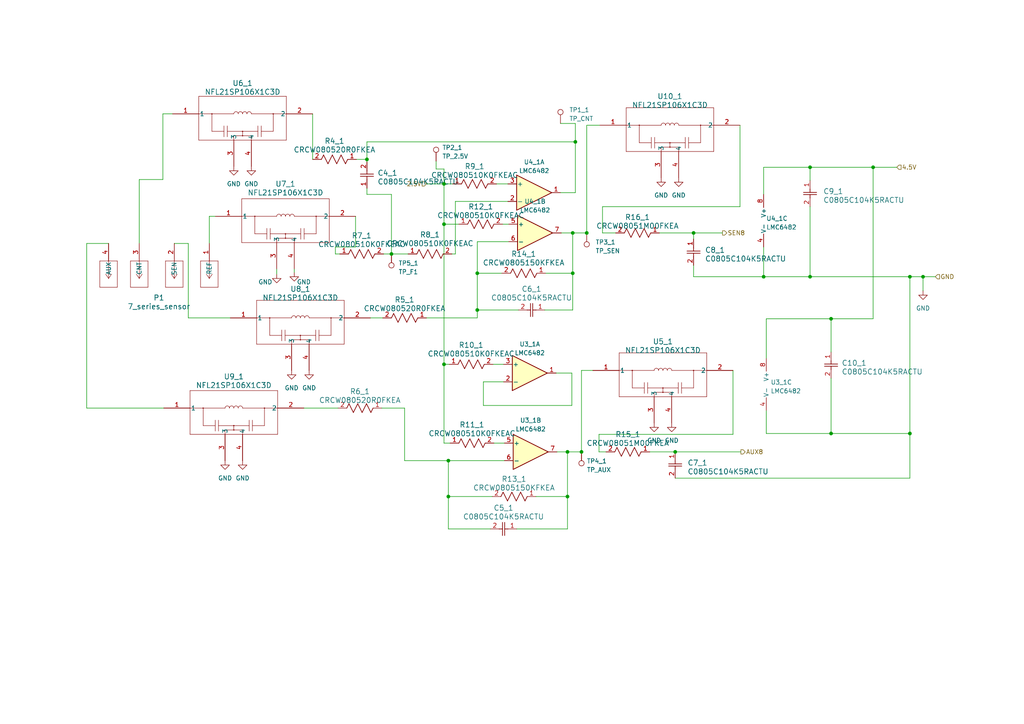
<source format=kicad_sch>
(kicad_sch (version 20230121) (generator eeschema)

  (uuid 44998ce1-cda5-40f0-8f4c-cb06d9346b79)

  (paper "A4")

  (lib_symbols
    (symbol "2023-07-19_08-42-50:NFL21SP106X1C3D" (pin_names (offset 0.254)) (in_bom yes) (on_board yes)
      (property "Reference" "U" (at 20.32 10.16 0)
        (effects (font (size 1.524 1.524)))
      )
      (property "Value" "NFL21SP106X1C3D" (at 20.32 7.62 0)
        (effects (font (size 1.524 1.524)))
      )
      (property "Footprint" "GCAP_NFL21SP106X1C3D_MUR" (at 0 0 0)
        (effects (font (size 1.27 1.27) italic) hide)
      )
      (property "Datasheet" "NFL21SP106X1C3D" (at 0 0 0)
        (effects (font (size 1.27 1.27) italic) hide)
      )
      (property "ki_locked" "" (at 0 0 0)
        (effects (font (size 1.27 1.27)))
      )
      (property "ki_keywords" "NFL21SP106X1C3D" (at 0 0 0)
        (effects (font (size 1.27 1.27)) hide)
      )
      (property "ki_fp_filters" "GCAP_NFL21SP106X1C3D_MUR GCAP_NFL21SP106X1C3D_MUR-M GCAP_NFL21SP106X1C3D_MUR-L" (at 0 0 0)
        (effects (font (size 1.27 1.27)) hide)
      )
      (symbol "NFL21SP106X1C3D_0_1"
        (polyline
          (pts
            (xy 7.62 -7.62)
            (xy 33.02 -7.62)
          )
          (stroke (width 0.127) (type default))
          (fill (type none))
        )
        (polyline
          (pts
            (xy 7.62 0)
            (xy 17.78 0)
          )
          (stroke (width 0.127) (type default))
          (fill (type none))
        )
        (polyline
          (pts
            (xy 7.62 5.08)
            (xy 7.62 -7.62)
          )
          (stroke (width 0.127) (type default))
          (fill (type none))
        )
        (polyline
          (pts
            (xy 11.43 -5.08)
            (xy 14.9225 -5.08)
          )
          (stroke (width 0.127) (type default))
          (fill (type none))
        )
        (polyline
          (pts
            (xy 11.43 0)
            (xy 11.43 -5.08)
          )
          (stroke (width 0.127) (type default))
          (fill (type none))
        )
        (polyline
          (pts
            (xy 14.9225 -3.4925)
            (xy 14.9225 -6.6675)
          )
          (stroke (width 0.127) (type default))
          (fill (type none))
        )
        (polyline
          (pts
            (xy 15.875 -6.6675)
            (xy 15.875 -3.4925)
          )
          (stroke (width 0.127) (type default))
          (fill (type none))
        )
        (polyline
          (pts
            (xy 17.78 -6.35)
            (xy 17.78 -7.62)
          )
          (stroke (width 0.127) (type default))
          (fill (type none))
        )
        (polyline
          (pts
            (xy 17.78 -6.35)
            (xy 22.86 -6.35)
          )
          (stroke (width 0.127) (type default))
          (fill (type none))
        )
        (polyline
          (pts
            (xy 20.32 -6.35)
            (xy 20.32 -5.08)
          )
          (stroke (width 0.127) (type default))
          (fill (type none))
        )
        (polyline
          (pts
            (xy 22.86 -6.35)
            (xy 22.86 -7.62)
          )
          (stroke (width 0.127) (type default))
          (fill (type none))
        )
        (polyline
          (pts
            (xy 22.86 0)
            (xy 33.02 0)
          )
          (stroke (width 0.127) (type default))
          (fill (type none))
        )
        (polyline
          (pts
            (xy 24.765 -5.08)
            (xy 15.875 -5.08)
          )
          (stroke (width 0.127) (type default))
          (fill (type none))
        )
        (polyline
          (pts
            (xy 24.765 -3.4925)
            (xy 24.765 -6.6675)
          )
          (stroke (width 0.127) (type default))
          (fill (type none))
        )
        (polyline
          (pts
            (xy 25.7175 -5.08)
            (xy 29.21 -5.08)
          )
          (stroke (width 0.127) (type default))
          (fill (type none))
        )
        (polyline
          (pts
            (xy 25.7175 -3.4925)
            (xy 25.7175 -6.6675)
          )
          (stroke (width 0.127) (type default))
          (fill (type none))
        )
        (polyline
          (pts
            (xy 29.21 0)
            (xy 29.21 -5.08)
          )
          (stroke (width 0.127) (type default))
          (fill (type none))
        )
        (polyline
          (pts
            (xy 33.02 -7.62)
            (xy 33.02 5.08)
          )
          (stroke (width 0.127) (type default))
          (fill (type none))
        )
        (polyline
          (pts
            (xy 33.02 5.08)
            (xy 7.62 5.08)
          )
          (stroke (width 0.127) (type default))
          (fill (type none))
        )
        (circle (center 11.43 0) (radius 0.127)
          (stroke (width 0.127) (type default))
          (fill (type none))
        )
        (arc (start 19.05 0) (mid 18.415 0.6323) (end 17.78 0)
          (stroke (width 0.127) (type default))
          (fill (type none))
        )
        (circle (center 20.32 -6.35) (radius 0.127)
          (stroke (width 0.127) (type default))
          (fill (type none))
        )
        (circle (center 20.32 -5.08) (radius 0.127)
          (stroke (width 0.127) (type default))
          (fill (type none))
        )
        (arc (start 20.32 0) (mid 19.685 0.6323) (end 19.05 0)
          (stroke (width 0.127) (type default))
          (fill (type none))
        )
        (arc (start 21.59 0) (mid 20.955 0.6323) (end 20.32 0)
          (stroke (width 0.127) (type default))
          (fill (type none))
        )
        (arc (start 22.86 0) (mid 22.225 0.6323) (end 21.59 0)
          (stroke (width 0.127) (type default))
          (fill (type none))
        )
        (circle (center 29.21 0) (radius 0.127)
          (stroke (width 0.127) (type default))
          (fill (type none))
        )
        (pin unspecified line (at 0 0 0) (length 7.62)
          (name "1" (effects (font (size 1.27 1.27))))
          (number "1" (effects (font (size 1.27 1.27))))
        )
        (pin unspecified line (at 40.64 0 180) (length 7.62)
          (name "2" (effects (font (size 1.27 1.27))))
          (number "2" (effects (font (size 1.27 1.27))))
        )
        (pin unspecified line (at 17.78 -15.24 90) (length 7.62)
          (name "3" (effects (font (size 1.27 1.27))))
          (number "3" (effects (font (size 1.27 1.27))))
        )
        (pin unspecified line (at 22.86 -15.24 90) (length 7.62)
          (name "4" (effects (font (size 1.27 1.27))))
          (number "4" (effects (font (size 1.27 1.27))))
        )
      )
    )
    (symbol "7_series_sensor:7_series_sensor" (pin_names (offset 0.254)) (in_bom yes) (on_board yes)
      (property "Reference" "J" (at 8.89 6.35 0)
        (effects (font (size 1.524 1.524)))
      )
      (property "Value" "7_series_sensor" (at -2.54 6.35 0)
        (effects (font (size 1.524 1.524)))
      )
      (property "Footprint" "CONN_0331-0-15-15-18-14-10-0_MIM" (at 1.27 -5.08 0)
        (effects (font (size 1.27 1.27) italic) hide)
      )
      (property "Datasheet" "0331-0-15-15-18-14-10-0" (at 1.27 -2.54 0)
        (effects (font (size 1.27 1.27) italic) hide)
      )
      (property "ki_locked" "" (at 0 0 0)
        (effects (font (size 1.27 1.27)))
      )
      (property "ki_keywords" "0331-0-15-15-18-14-10-0" (at 0 0 0)
        (effects (font (size 1.27 1.27)) hide)
      )
      (property "ki_fp_filters" "CONN_0331-0-15-15-18-14-10-0_MIM" (at 0 0 0)
        (effects (font (size 1.27 1.27)) hide)
      )
      (symbol "7_series_sensor_1_1"
        (polyline
          (pts
            (xy -36.83 7.62)
            (xy -31.75 7.62)
          )
          (stroke (width 0.127) (type default))
          (fill (type none))
        )
        (polyline
          (pts
            (xy -36.83 15.24)
            (xy -36.83 7.62)
          )
          (stroke (width 0.127) (type default))
          (fill (type none))
        )
        (polyline
          (pts
            (xy -34.29 10.16)
            (xy -35.1367 11.43)
          )
          (stroke (width 0.127) (type default))
          (fill (type none))
        )
        (polyline
          (pts
            (xy -34.29 10.16)
            (xy -34.29 15.24)
          )
          (stroke (width 0.127) (type default))
          (fill (type none))
        )
        (polyline
          (pts
            (xy -34.29 10.16)
            (xy -33.4433 11.43)
          )
          (stroke (width 0.127) (type default))
          (fill (type none))
        )
        (polyline
          (pts
            (xy -31.75 7.62)
            (xy -31.75 15.24)
          )
          (stroke (width 0.127) (type default))
          (fill (type none))
        )
        (polyline
          (pts
            (xy -31.75 15.24)
            (xy -36.83 15.24)
          )
          (stroke (width 0.127) (type default))
          (fill (type none))
        )
        (polyline
          (pts
            (xy -27.94 7.62)
            (xy -22.86 7.62)
          )
          (stroke (width 0.127) (type default))
          (fill (type none))
        )
        (polyline
          (pts
            (xy -27.94 15.24)
            (xy -27.94 7.62)
          )
          (stroke (width 0.127) (type default))
          (fill (type none))
        )
        (polyline
          (pts
            (xy -25.4 10.16)
            (xy -26.2467 11.43)
          )
          (stroke (width 0.127) (type default))
          (fill (type none))
        )
        (polyline
          (pts
            (xy -25.4 10.16)
            (xy -25.4 15.24)
          )
          (stroke (width 0.127) (type default))
          (fill (type none))
        )
        (polyline
          (pts
            (xy -25.4 10.16)
            (xy -24.5533 11.43)
          )
          (stroke (width 0.127) (type default))
          (fill (type none))
        )
        (polyline
          (pts
            (xy -22.86 7.62)
            (xy -22.86 15.24)
          )
          (stroke (width 0.127) (type default))
          (fill (type none))
        )
        (polyline
          (pts
            (xy -22.86 15.24)
            (xy -27.94 15.24)
          )
          (stroke (width 0.127) (type default))
          (fill (type none))
        )
        (polyline
          (pts
            (xy -17.78 7.62)
            (xy -12.7 7.62)
          )
          (stroke (width 0.127) (type default))
          (fill (type none))
        )
        (polyline
          (pts
            (xy -17.78 15.24)
            (xy -17.78 7.62)
          )
          (stroke (width 0.127) (type default))
          (fill (type none))
        )
        (polyline
          (pts
            (xy -15.24 10.16)
            (xy -16.0867 11.43)
          )
          (stroke (width 0.127) (type default))
          (fill (type none))
        )
        (polyline
          (pts
            (xy -15.24 10.16)
            (xy -15.24 15.24)
          )
          (stroke (width 0.127) (type default))
          (fill (type none))
        )
        (polyline
          (pts
            (xy -15.24 10.16)
            (xy -14.3933 11.43)
          )
          (stroke (width 0.127) (type default))
          (fill (type none))
        )
        (polyline
          (pts
            (xy -12.7 7.62)
            (xy -12.7 15.24)
          )
          (stroke (width 0.127) (type default))
          (fill (type none))
        )
        (polyline
          (pts
            (xy -12.7 15.24)
            (xy -17.78 15.24)
          )
          (stroke (width 0.127) (type default))
          (fill (type none))
        )
        (polyline
          (pts
            (xy -7.62 7.62)
            (xy -2.54 7.62)
          )
          (stroke (width 0.127) (type default))
          (fill (type none))
        )
        (polyline
          (pts
            (xy -7.62 15.24)
            (xy -7.62 7.62)
          )
          (stroke (width 0.127) (type default))
          (fill (type none))
        )
        (polyline
          (pts
            (xy -5.08 10.16)
            (xy -5.9267 11.43)
          )
          (stroke (width 0.127) (type default))
          (fill (type none))
        )
        (polyline
          (pts
            (xy -5.08 10.16)
            (xy -5.08 15.24)
          )
          (stroke (width 0.127) (type default))
          (fill (type none))
        )
        (polyline
          (pts
            (xy -5.08 10.16)
            (xy -4.2333 11.43)
          )
          (stroke (width 0.127) (type default))
          (fill (type none))
        )
        (polyline
          (pts
            (xy -2.54 7.62)
            (xy -2.54 15.24)
          )
          (stroke (width 0.127) (type default))
          (fill (type none))
        )
        (polyline
          (pts
            (xy -2.54 15.24)
            (xy -7.62 15.24)
          )
          (stroke (width 0.127) (type default))
          (fill (type none))
        )
        (pin bidirectional line (at -5.08 20.32 270) (length 5.08)
          (name "REF" (effects (font (size 1.27 1.27))))
          (number "1" (effects (font (size 1.27 1.27))))
        )
        (pin bidirectional line (at -15.24 20.32 270) (length 5.08)
          (name "SEN" (effects (font (size 1.27 1.27))))
          (number "2" (effects (font (size 1.27 1.27))))
        )
        (pin bidirectional line (at -25.4 20.32 270) (length 5.08)
          (name "CNT" (effects (font (size 1.27 1.27))))
          (number "3" (effects (font (size 1.27 1.27))))
        )
        (pin bidirectional line (at -34.29 20.32 270) (length 5.08)
          (name "AUX" (effects (font (size 1.27 1.27))))
          (number "4" (effects (font (size 1.27 1.27))))
        )
      )
      (symbol "7_series_sensor_1_2"
        (polyline
          (pts
            (xy 5.08 -2.54)
            (xy 12.7 -2.54)
          )
          (stroke (width 0.127) (type default))
          (fill (type none))
        )
        (polyline
          (pts
            (xy 5.08 2.54)
            (xy 5.08 -2.54)
          )
          (stroke (width 0.127) (type default))
          (fill (type none))
        )
        (polyline
          (pts
            (xy 7.62 0)
            (xy 5.08 0)
          )
          (stroke (width 0.127) (type default))
          (fill (type none))
        )
        (polyline
          (pts
            (xy 7.62 0)
            (xy 8.89 -0.8467)
          )
          (stroke (width 0.127) (type default))
          (fill (type none))
        )
        (polyline
          (pts
            (xy 7.62 0)
            (xy 8.89 0.8467)
          )
          (stroke (width 0.127) (type default))
          (fill (type none))
        )
        (polyline
          (pts
            (xy 12.7 -2.54)
            (xy 12.7 2.54)
          )
          (stroke (width 0.127) (type default))
          (fill (type none))
        )
        (polyline
          (pts
            (xy 12.7 2.54)
            (xy 5.08 2.54)
          )
          (stroke (width 0.127) (type default))
          (fill (type none))
        )
        (pin unspecified line (at 0 0 0) (length 5.08)
          (name "1" (effects (font (size 1.27 1.27))))
          (number "1" (effects (font (size 1.27 1.27))))
        )
      )
    )
    (symbol "Amplifier_Operational:LMC6482" (pin_names (offset 0.127)) (in_bom yes) (on_board yes)
      (property "Reference" "U" (at 0 5.08 0)
        (effects (font (size 1.27 1.27)) (justify left))
      )
      (property "Value" "LMC6482" (at 0 -5.08 0)
        (effects (font (size 1.27 1.27)) (justify left))
      )
      (property "Footprint" "" (at 0 0 0)
        (effects (font (size 1.27 1.27)) hide)
      )
      (property "Datasheet" "http://www.ti.com/lit/ds/symlink/lmc6482.pdf" (at 0 0 0)
        (effects (font (size 1.27 1.27)) hide)
      )
      (property "ki_locked" "" (at 0 0 0)
        (effects (font (size 1.27 1.27)))
      )
      (property "ki_keywords" "dual opamp" (at 0 0 0)
        (effects (font (size 1.27 1.27)) hide)
      )
      (property "ki_description" "Dual CMOS Rail-to-Rail Input and Output Operational Amplifier, DIP-8/SOIC-8, SSOP-8" (at 0 0 0)
        (effects (font (size 1.27 1.27)) hide)
      )
      (property "ki_fp_filters" "SOIC*3.9x4.9mm*P1.27mm* DIP*W7.62mm* TO*99* OnSemi*Micro8* TSSOP*3x3mm*P0.65mm* TSSOP*4.4x3mm*P0.65mm* MSOP*3x3mm*P0.65mm* SSOP*3.9x4.9mm*P0.635mm* LFCSP*2x2mm*P0.5mm* *SIP* SOIC*5.3x6.2mm*P1.27mm*" (at 0 0 0)
        (effects (font (size 1.27 1.27)) hide)
      )
      (symbol "LMC6482_1_1"
        (polyline
          (pts
            (xy -5.08 5.08)
            (xy 5.08 0)
            (xy -5.08 -5.08)
            (xy -5.08 5.08)
          )
          (stroke (width 0.254) (type default))
          (fill (type background))
        )
        (pin output line (at 7.62 0 180) (length 2.54)
          (name "~" (effects (font (size 1.27 1.27))))
          (number "1" (effects (font (size 1.27 1.27))))
        )
        (pin input line (at -7.62 -2.54 0) (length 2.54)
          (name "-" (effects (font (size 1.27 1.27))))
          (number "2" (effects (font (size 1.27 1.27))))
        )
        (pin input line (at -7.62 2.54 0) (length 2.54)
          (name "+" (effects (font (size 1.27 1.27))))
          (number "3" (effects (font (size 1.27 1.27))))
        )
      )
      (symbol "LMC6482_2_1"
        (polyline
          (pts
            (xy -5.08 5.08)
            (xy 5.08 0)
            (xy -5.08 -5.08)
            (xy -5.08 5.08)
          )
          (stroke (width 0.254) (type default))
          (fill (type background))
        )
        (pin input line (at -7.62 2.54 0) (length 2.54)
          (name "+" (effects (font (size 1.27 1.27))))
          (number "5" (effects (font (size 1.27 1.27))))
        )
        (pin input line (at -7.62 -2.54 0) (length 2.54)
          (name "-" (effects (font (size 1.27 1.27))))
          (number "6" (effects (font (size 1.27 1.27))))
        )
        (pin output line (at 7.62 0 180) (length 2.54)
          (name "~" (effects (font (size 1.27 1.27))))
          (number "7" (effects (font (size 1.27 1.27))))
        )
      )
      (symbol "LMC6482_3_1"
        (pin power_in line (at -2.54 -7.62 90) (length 3.81)
          (name "V-" (effects (font (size 1.27 1.27))))
          (number "4" (effects (font (size 1.27 1.27))))
        )
        (pin power_in line (at -2.54 7.62 270) (length 3.81)
          (name "V+" (effects (font (size 1.27 1.27))))
          (number "8" (effects (font (size 1.27 1.27))))
        )
      )
    )
    (symbol "Connector:TestPoint" (pin_numbers hide) (pin_names (offset 0.762) hide) (in_bom yes) (on_board yes)
      (property "Reference" "TP" (at 0 6.858 0)
        (effects (font (size 1.27 1.27)))
      )
      (property "Value" "TestPoint" (at 0 5.08 0)
        (effects (font (size 1.27 1.27)))
      )
      (property "Footprint" "" (at 5.08 0 0)
        (effects (font (size 1.27 1.27)) hide)
      )
      (property "Datasheet" "~" (at 5.08 0 0)
        (effects (font (size 1.27 1.27)) hide)
      )
      (property "ki_keywords" "test point tp" (at 0 0 0)
        (effects (font (size 1.27 1.27)) hide)
      )
      (property "ki_description" "test point" (at 0 0 0)
        (effects (font (size 1.27 1.27)) hide)
      )
      (property "ki_fp_filters" "Pin* Test*" (at 0 0 0)
        (effects (font (size 1.27 1.27)) hide)
      )
      (symbol "TestPoint_0_1"
        (circle (center 0 3.302) (radius 0.762)
          (stroke (width 0) (type default))
          (fill (type none))
        )
      )
      (symbol "TestPoint_1_1"
        (pin passive line (at 0 0 90) (length 2.54)
          (name "1" (effects (font (size 1.27 1.27))))
          (number "1" (effects (font (size 1.27 1.27))))
        )
      )
    )
    (symbol "Vishay_10k:CRCW080510K0FKEAC" (pin_names (offset 0.254)) (in_bom yes) (on_board yes)
      (property "Reference" "R" (at 5.715 3.81 0)
        (effects (font (size 1.524 1.524)))
      )
      (property "Value" "CRCW080510K0FKEAC" (at 6.35 -3.81 0)
        (effects (font (size 1.524 1.524)))
      )
      (property "Footprint" "RES_CRCW_0805_VIS" (at 0 0 0)
        (effects (font (size 1.27 1.27) italic) hide)
      )
      (property "Datasheet" "CRCW080510K0FKEAC" (at 0 0 0)
        (effects (font (size 1.27 1.27) italic) hide)
      )
      (property "ki_locked" "" (at 0 0 0)
        (effects (font (size 1.27 1.27)))
      )
      (property "ki_keywords" "CRCW080510K0FKEAC" (at 0 0 0)
        (effects (font (size 1.27 1.27)) hide)
      )
      (property "ki_fp_filters" "RES_CRCW_0805_VIS RES_CRCW_0805_VIS-M RES_CRCW_0805_VIS-L" (at 0 0 0)
        (effects (font (size 1.27 1.27)) hide)
      )
      (symbol "CRCW080510K0FKEAC_1_1"
        (polyline
          (pts
            (xy 2.54 0)
            (xy 3.175 1.27)
          )
          (stroke (width 0.2032) (type default))
          (fill (type none))
        )
        (polyline
          (pts
            (xy 3.175 1.27)
            (xy 4.445 -1.27)
          )
          (stroke (width 0.2032) (type default))
          (fill (type none))
        )
        (polyline
          (pts
            (xy 4.445 -1.27)
            (xy 5.715 1.27)
          )
          (stroke (width 0.2032) (type default))
          (fill (type none))
        )
        (polyline
          (pts
            (xy 5.715 1.27)
            (xy 6.985 -1.27)
          )
          (stroke (width 0.2032) (type default))
          (fill (type none))
        )
        (polyline
          (pts
            (xy 6.985 -1.27)
            (xy 8.255 1.27)
          )
          (stroke (width 0.2032) (type default))
          (fill (type none))
        )
        (polyline
          (pts
            (xy 8.255 1.27)
            (xy 9.525 -1.27)
          )
          (stroke (width 0.2032) (type default))
          (fill (type none))
        )
        (polyline
          (pts
            (xy 9.525 -1.27)
            (xy 10.16 0)
          )
          (stroke (width 0.2032) (type default))
          (fill (type none))
        )
        (pin unspecified line (at 0 0 0) (length 2.54)
          (name "" (effects (font (size 1.27 1.27))))
          (number "1" (effects (font (size 1.27 1.27))))
        )
        (pin unspecified line (at 12.7 0 180) (length 2.54)
          (name "" (effects (font (size 1.27 1.27))))
          (number "2" (effects (font (size 1.27 1.27))))
        )
      )
      (symbol "CRCW080510K0FKEAC_1_2"
        (polyline
          (pts
            (xy -1.27 3.175)
            (xy 1.27 4.445)
          )
          (stroke (width 0.2032) (type default))
          (fill (type none))
        )
        (polyline
          (pts
            (xy -1.27 5.715)
            (xy 1.27 6.985)
          )
          (stroke (width 0.2032) (type default))
          (fill (type none))
        )
        (polyline
          (pts
            (xy -1.27 8.255)
            (xy 1.27 9.525)
          )
          (stroke (width 0.2032) (type default))
          (fill (type none))
        )
        (polyline
          (pts
            (xy 0 2.54)
            (xy -1.27 3.175)
          )
          (stroke (width 0.2032) (type default))
          (fill (type none))
        )
        (polyline
          (pts
            (xy 1.27 4.445)
            (xy -1.27 5.715)
          )
          (stroke (width 0.2032) (type default))
          (fill (type none))
        )
        (polyline
          (pts
            (xy 1.27 6.985)
            (xy -1.27 8.255)
          )
          (stroke (width 0.2032) (type default))
          (fill (type none))
        )
        (polyline
          (pts
            (xy 1.27 9.525)
            (xy 0 10.16)
          )
          (stroke (width 0.2032) (type default))
          (fill (type none))
        )
        (pin unspecified line (at 0 12.7 270) (length 2.54)
          (name "" (effects (font (size 1.27 1.27))))
          (number "1" (effects (font (size 1.27 1.27))))
        )
        (pin unspecified line (at 0 0 90) (length 2.54)
          (name "" (effects (font (size 1.27 1.27))))
          (number "2" (effects (font (size 1.27 1.27))))
        )
      )
    )
    (symbol "Vishay_150k:CRCW0805150KFKEA" (pin_names (offset 0.254)) (in_bom yes) (on_board yes)
      (property "Reference" "R" (at 5.715 3.81 0)
        (effects (font (size 1.524 1.524)))
      )
      (property "Value" "CRCW0805150KFKEA" (at 6.35 -3.81 0)
        (effects (font (size 1.524 1.524)))
      )
      (property "Footprint" "RC0805N_VIS" (at 0 0 0)
        (effects (font (size 1.27 1.27) italic) hide)
      )
      (property "Datasheet" "CRCW0805150KFKEA" (at 0 0 0)
        (effects (font (size 1.27 1.27) italic) hide)
      )
      (property "ki_locked" "" (at 0 0 0)
        (effects (font (size 1.27 1.27)))
      )
      (property "ki_keywords" "CRCW0805150KFKEA" (at 0 0 0)
        (effects (font (size 1.27 1.27)) hide)
      )
      (property "ki_fp_filters" "RC0805N_VIS RC0805N_VIS-M RC0805N_VIS-L" (at 0 0 0)
        (effects (font (size 1.27 1.27)) hide)
      )
      (symbol "CRCW0805150KFKEA_1_1"
        (polyline
          (pts
            (xy 2.54 0)
            (xy 3.175 1.27)
          )
          (stroke (width 0.2032) (type default))
          (fill (type none))
        )
        (polyline
          (pts
            (xy 3.175 1.27)
            (xy 4.445 -1.27)
          )
          (stroke (width 0.2032) (type default))
          (fill (type none))
        )
        (polyline
          (pts
            (xy 4.445 -1.27)
            (xy 5.715 1.27)
          )
          (stroke (width 0.2032) (type default))
          (fill (type none))
        )
        (polyline
          (pts
            (xy 5.715 1.27)
            (xy 6.985 -1.27)
          )
          (stroke (width 0.2032) (type default))
          (fill (type none))
        )
        (polyline
          (pts
            (xy 6.985 -1.27)
            (xy 8.255 1.27)
          )
          (stroke (width 0.2032) (type default))
          (fill (type none))
        )
        (polyline
          (pts
            (xy 8.255 1.27)
            (xy 9.525 -1.27)
          )
          (stroke (width 0.2032) (type default))
          (fill (type none))
        )
        (polyline
          (pts
            (xy 9.525 -1.27)
            (xy 10.16 0)
          )
          (stroke (width 0.2032) (type default))
          (fill (type none))
        )
        (pin unspecified line (at 12.7 0 180) (length 2.54)
          (name "" (effects (font (size 1.27 1.27))))
          (number "1" (effects (font (size 1.27 1.27))))
        )
        (pin unspecified line (at 0 0 0) (length 2.54)
          (name "" (effects (font (size 1.27 1.27))))
          (number "2" (effects (font (size 1.27 1.27))))
        )
      )
      (symbol "CRCW0805150KFKEA_1_2"
        (polyline
          (pts
            (xy -1.27 3.175)
            (xy 1.27 4.445)
          )
          (stroke (width 0.2032) (type default))
          (fill (type none))
        )
        (polyline
          (pts
            (xy -1.27 5.715)
            (xy 1.27 6.985)
          )
          (stroke (width 0.2032) (type default))
          (fill (type none))
        )
        (polyline
          (pts
            (xy -1.27 8.255)
            (xy 1.27 9.525)
          )
          (stroke (width 0.2032) (type default))
          (fill (type none))
        )
        (polyline
          (pts
            (xy 0 2.54)
            (xy -1.27 3.175)
          )
          (stroke (width 0.2032) (type default))
          (fill (type none))
        )
        (polyline
          (pts
            (xy 1.27 4.445)
            (xy -1.27 5.715)
          )
          (stroke (width 0.2032) (type default))
          (fill (type none))
        )
        (polyline
          (pts
            (xy 1.27 6.985)
            (xy -1.27 8.255)
          )
          (stroke (width 0.2032) (type default))
          (fill (type none))
        )
        (polyline
          (pts
            (xy 1.27 9.525)
            (xy 0 10.16)
          )
          (stroke (width 0.2032) (type default))
          (fill (type none))
        )
        (pin unspecified line (at 0 12.7 270) (length 2.54)
          (name "" (effects (font (size 1.27 1.27))))
          (number "1" (effects (font (size 1.27 1.27))))
        )
        (pin unspecified line (at 0 0 90) (length 2.54)
          (name "" (effects (font (size 1.27 1.27))))
          (number "2" (effects (font (size 1.27 1.27))))
        )
      )
    )
    (symbol "Vishay_1M:CRCW08051M00FKEA" (pin_names (offset 0.254)) (in_bom yes) (on_board yes)
      (property "Reference" "R" (at 5.715 3.81 0)
        (effects (font (size 1.524 1.524)))
      )
      (property "Value" "CRCW08051M00FKEA" (at 6.35 -3.81 0)
        (effects (font (size 1.524 1.524)))
      )
      (property "Footprint" "RES_CRCW_0805" (at 0 0 0)
        (effects (font (size 1.27 1.27) italic) hide)
      )
      (property "Datasheet" "CRCW08051M00FKEA" (at 0 0 0)
        (effects (font (size 1.27 1.27) italic) hide)
      )
      (property "ki_locked" "" (at 0 0 0)
        (effects (font (size 1.27 1.27)))
      )
      (property "ki_keywords" "CRCW08051M00FKEA" (at 0 0 0)
        (effects (font (size 1.27 1.27)) hide)
      )
      (property "ki_fp_filters" "RES_CRCW_0805 RES_CRCW_0805-M RES_CRCW_0805-L" (at 0 0 0)
        (effects (font (size 1.27 1.27)) hide)
      )
      (symbol "CRCW08051M00FKEA_1_1"
        (polyline
          (pts
            (xy 2.54 0)
            (xy 3.175 1.27)
          )
          (stroke (width 0.2032) (type default))
          (fill (type none))
        )
        (polyline
          (pts
            (xy 3.175 1.27)
            (xy 4.445 -1.27)
          )
          (stroke (width 0.2032) (type default))
          (fill (type none))
        )
        (polyline
          (pts
            (xy 4.445 -1.27)
            (xy 5.715 1.27)
          )
          (stroke (width 0.2032) (type default))
          (fill (type none))
        )
        (polyline
          (pts
            (xy 5.715 1.27)
            (xy 6.985 -1.27)
          )
          (stroke (width 0.2032) (type default))
          (fill (type none))
        )
        (polyline
          (pts
            (xy 6.985 -1.27)
            (xy 8.255 1.27)
          )
          (stroke (width 0.2032) (type default))
          (fill (type none))
        )
        (polyline
          (pts
            (xy 8.255 1.27)
            (xy 9.525 -1.27)
          )
          (stroke (width 0.2032) (type default))
          (fill (type none))
        )
        (polyline
          (pts
            (xy 9.525 -1.27)
            (xy 10.16 0)
          )
          (stroke (width 0.2032) (type default))
          (fill (type none))
        )
        (pin unspecified line (at 12.7 0 180) (length 2.54)
          (name "" (effects (font (size 1.27 1.27))))
          (number "1" (effects (font (size 1.27 1.27))))
        )
        (pin unspecified line (at 0 0 0) (length 2.54)
          (name "" (effects (font (size 1.27 1.27))))
          (number "2" (effects (font (size 1.27 1.27))))
        )
      )
      (symbol "CRCW08051M00FKEA_1_2"
        (polyline
          (pts
            (xy -1.27 3.175)
            (xy 1.27 4.445)
          )
          (stroke (width 0.2032) (type default))
          (fill (type none))
        )
        (polyline
          (pts
            (xy -1.27 5.715)
            (xy 1.27 6.985)
          )
          (stroke (width 0.2032) (type default))
          (fill (type none))
        )
        (polyline
          (pts
            (xy -1.27 8.255)
            (xy 1.27 9.525)
          )
          (stroke (width 0.2032) (type default))
          (fill (type none))
        )
        (polyline
          (pts
            (xy 0 2.54)
            (xy -1.27 3.175)
          )
          (stroke (width 0.2032) (type default))
          (fill (type none))
        )
        (polyline
          (pts
            (xy 1.27 4.445)
            (xy -1.27 5.715)
          )
          (stroke (width 0.2032) (type default))
          (fill (type none))
        )
        (polyline
          (pts
            (xy 1.27 6.985)
            (xy -1.27 8.255)
          )
          (stroke (width 0.2032) (type default))
          (fill (type none))
        )
        (polyline
          (pts
            (xy 1.27 9.525)
            (xy 0 10.16)
          )
          (stroke (width 0.2032) (type default))
          (fill (type none))
        )
        (pin unspecified line (at 0 12.7 270) (length 2.54)
          (name "" (effects (font (size 1.27 1.27))))
          (number "1" (effects (font (size 1.27 1.27))))
        )
        (pin unspecified line (at 0 0 90) (length 2.54)
          (name "" (effects (font (size 1.27 1.27))))
          (number "2" (effects (font (size 1.27 1.27))))
        )
      )
    )
    (symbol "Vishay_20R:CRCW080520R0FKEA" (pin_names (offset 0.254)) (in_bom yes) (on_board yes)
      (property "Reference" "R" (at 5.715 3.81 0)
        (effects (font (size 1.524 1.524)))
      )
      (property "Value" "CRCW080520R0FKEA" (at 6.35 -3.81 0)
        (effects (font (size 1.524 1.524)))
      )
      (property "Footprint" "RC0805N_VIS" (at 0 0 0)
        (effects (font (size 1.27 1.27) italic) hide)
      )
      (property "Datasheet" "CRCW080520R0FKEA" (at 0 0 0)
        (effects (font (size 1.27 1.27) italic) hide)
      )
      (property "ki_locked" "" (at 0 0 0)
        (effects (font (size 1.27 1.27)))
      )
      (property "ki_keywords" "CRCW080520R0FKEA" (at 0 0 0)
        (effects (font (size 1.27 1.27)) hide)
      )
      (property "ki_fp_filters" "RC0805N_VIS RC0805N_VIS-M RC0805N_VIS-L" (at 0 0 0)
        (effects (font (size 1.27 1.27)) hide)
      )
      (symbol "CRCW080520R0FKEA_1_1"
        (polyline
          (pts
            (xy 2.54 0)
            (xy 3.175 1.27)
          )
          (stroke (width 0.2032) (type default))
          (fill (type none))
        )
        (polyline
          (pts
            (xy 3.175 1.27)
            (xy 4.445 -1.27)
          )
          (stroke (width 0.2032) (type default))
          (fill (type none))
        )
        (polyline
          (pts
            (xy 4.445 -1.27)
            (xy 5.715 1.27)
          )
          (stroke (width 0.2032) (type default))
          (fill (type none))
        )
        (polyline
          (pts
            (xy 5.715 1.27)
            (xy 6.985 -1.27)
          )
          (stroke (width 0.2032) (type default))
          (fill (type none))
        )
        (polyline
          (pts
            (xy 6.985 -1.27)
            (xy 8.255 1.27)
          )
          (stroke (width 0.2032) (type default))
          (fill (type none))
        )
        (polyline
          (pts
            (xy 8.255 1.27)
            (xy 9.525 -1.27)
          )
          (stroke (width 0.2032) (type default))
          (fill (type none))
        )
        (polyline
          (pts
            (xy 9.525 -1.27)
            (xy 10.16 0)
          )
          (stroke (width 0.2032) (type default))
          (fill (type none))
        )
        (pin unspecified line (at 12.7 0 180) (length 2.54)
          (name "" (effects (font (size 1.27 1.27))))
          (number "1" (effects (font (size 1.27 1.27))))
        )
        (pin unspecified line (at 0 0 0) (length 2.54)
          (name "" (effects (font (size 1.27 1.27))))
          (number "2" (effects (font (size 1.27 1.27))))
        )
      )
      (symbol "CRCW080520R0FKEA_1_2"
        (polyline
          (pts
            (xy -1.27 3.175)
            (xy 1.27 4.445)
          )
          (stroke (width 0.2032) (type default))
          (fill (type none))
        )
        (polyline
          (pts
            (xy -1.27 5.715)
            (xy 1.27 6.985)
          )
          (stroke (width 0.2032) (type default))
          (fill (type none))
        )
        (polyline
          (pts
            (xy -1.27 8.255)
            (xy 1.27 9.525)
          )
          (stroke (width 0.2032) (type default))
          (fill (type none))
        )
        (polyline
          (pts
            (xy 0 2.54)
            (xy -1.27 3.175)
          )
          (stroke (width 0.2032) (type default))
          (fill (type none))
        )
        (polyline
          (pts
            (xy 1.27 4.445)
            (xy -1.27 5.715)
          )
          (stroke (width 0.2032) (type default))
          (fill (type none))
        )
        (polyline
          (pts
            (xy 1.27 6.985)
            (xy -1.27 8.255)
          )
          (stroke (width 0.2032) (type default))
          (fill (type none))
        )
        (polyline
          (pts
            (xy 1.27 9.525)
            (xy 0 10.16)
          )
          (stroke (width 0.2032) (type default))
          (fill (type none))
        )
        (pin unspecified line (at 0 12.7 270) (length 2.54)
          (name "" (effects (font (size 1.27 1.27))))
          (number "1" (effects (font (size 1.27 1.27))))
        )
        (pin unspecified line (at 0 0 90) (length 2.54)
          (name "" (effects (font (size 1.27 1.27))))
          (number "2" (effects (font (size 1.27 1.27))))
        )
      )
    )
    (symbol "kemet_0.1uf:C0805C104K5RACTU" (pin_names (offset 0.254)) (in_bom yes) (on_board yes)
      (property "Reference" "C" (at 3.81 3.81 0)
        (effects (font (size 1.524 1.524)))
      )
      (property "Value" "C0805C104K5RACTU" (at 3.81 -3.81 0)
        (effects (font (size 1.524 1.524)))
      )
      (property "Footprint" "CAPC220145_88N_KEM" (at 0 0 0)
        (effects (font (size 1.27 1.27) italic) hide)
      )
      (property "Datasheet" "C0805C104K5RACTU" (at 0 0 0)
        (effects (font (size 1.27 1.27) italic) hide)
      )
      (property "ki_locked" "" (at 0 0 0)
        (effects (font (size 1.27 1.27)))
      )
      (property "ki_keywords" "C0805C104K5RACTU" (at 0 0 0)
        (effects (font (size 1.27 1.27)) hide)
      )
      (property "ki_fp_filters" "CAPC220145_88N_KEM CAPC220145_88N_KEM-M CAPC220145_88N_KEM-L" (at 0 0 0)
        (effects (font (size 1.27 1.27)) hide)
      )
      (symbol "C0805C104K5RACTU_1_1"
        (polyline
          (pts
            (xy 2.54 0)
            (xy 3.4798 0)
          )
          (stroke (width 0.2032) (type default))
          (fill (type none))
        )
        (polyline
          (pts
            (xy 3.4798 -1.905)
            (xy 3.4798 1.905)
          )
          (stroke (width 0.2032) (type default))
          (fill (type none))
        )
        (polyline
          (pts
            (xy 4.1148 -1.905)
            (xy 4.1148 1.905)
          )
          (stroke (width 0.2032) (type default))
          (fill (type none))
        )
        (polyline
          (pts
            (xy 4.1148 0)
            (xy 5.08 0)
          )
          (stroke (width 0.2032) (type default))
          (fill (type none))
        )
        (pin unspecified line (at 0 0 0) (length 2.54)
          (name "" (effects (font (size 1.27 1.27))))
          (number "1" (effects (font (size 1.27 1.27))))
        )
        (pin unspecified line (at 7.62 0 180) (length 2.54)
          (name "" (effects (font (size 1.27 1.27))))
          (number "2" (effects (font (size 1.27 1.27))))
        )
      )
      (symbol "C0805C104K5RACTU_1_2"
        (polyline
          (pts
            (xy -1.905 -4.1148)
            (xy 1.905 -4.1148)
          )
          (stroke (width 0.2032) (type default))
          (fill (type none))
        )
        (polyline
          (pts
            (xy -1.905 -3.4798)
            (xy 1.905 -3.4798)
          )
          (stroke (width 0.2032) (type default))
          (fill (type none))
        )
        (polyline
          (pts
            (xy 0 -4.1148)
            (xy 0 -5.08)
          )
          (stroke (width 0.2032) (type default))
          (fill (type none))
        )
        (polyline
          (pts
            (xy 0 -2.54)
            (xy 0 -3.4798)
          )
          (stroke (width 0.2032) (type default))
          (fill (type none))
        )
        (pin unspecified line (at 0 0 270) (length 2.54)
          (name "" (effects (font (size 1.27 1.27))))
          (number "1" (effects (font (size 1.27 1.27))))
        )
        (pin unspecified line (at 0 -7.62 90) (length 2.54)
          (name "" (effects (font (size 1.27 1.27))))
          (number "2" (effects (font (size 1.27 1.27))))
        )
      )
    )
    (symbol "power:GND" (power) (pin_names (offset 0)) (in_bom yes) (on_board yes)
      (property "Reference" "#PWR" (at 0 -6.35 0)
        (effects (font (size 1.27 1.27)) hide)
      )
      (property "Value" "GND" (at 0 -3.81 0)
        (effects (font (size 1.27 1.27)))
      )
      (property "Footprint" "" (at 0 0 0)
        (effects (font (size 1.27 1.27)) hide)
      )
      (property "Datasheet" "" (at 0 0 0)
        (effects (font (size 1.27 1.27)) hide)
      )
      (property "ki_keywords" "global power" (at 0 0 0)
        (effects (font (size 1.27 1.27)) hide)
      )
      (property "ki_description" "Power symbol creates a global label with name \"GND\" , ground" (at 0 0 0)
        (effects (font (size 1.27 1.27)) hide)
      )
      (symbol "GND_0_1"
        (polyline
          (pts
            (xy 0 0)
            (xy 0 -1.27)
            (xy 1.27 -1.27)
            (xy 0 -2.54)
            (xy -1.27 -1.27)
            (xy 0 -1.27)
          )
          (stroke (width 0) (type default))
          (fill (type none))
        )
      )
      (symbol "GND_1_1"
        (pin power_in line (at 0 0 270) (length 0) hide
          (name "GND" (effects (font (size 1.27 1.27))))
          (number "1" (effects (font (size 1.27 1.27))))
        )
      )
    )
  )

  (junction (at 234.95 80.264) (diameter 0) (color 0 0 0 0)
    (uuid 15493e7d-3780-4bed-bb5b-b7986108418b)
  )
  (junction (at 267.716 80.264) (diameter 0) (color 0 0 0 0)
    (uuid 193e75c4-4825-4c42-ba46-d6b321352c8c)
  )
  (junction (at 166.116 79.248) (diameter 0) (color 0 0 0 0)
    (uuid 2107429b-dc0f-44b5-a013-4a0437d10a59)
  )
  (junction (at 168.656 131.064) (diameter 0) (color 0 0 0 0)
    (uuid 23a8a396-01ec-42a9-aadf-599f2ebed2f4)
  )
  (junction (at 128.778 53.34) (diameter 0) (color 0 0 0 0)
    (uuid 284a2de0-1482-48d1-9f89-938bd5dbfa7d)
  )
  (junction (at 164.592 144.018) (diameter 0) (color 0 0 0 0)
    (uuid 3c982c7f-58b1-4572-89a4-2cfeb3d83b5d)
  )
  (junction (at 138.43 79.248) (diameter 0) (color 0 0 0 0)
    (uuid 473c410f-d88c-4a43-ab58-c702efcf6bcd)
  )
  (junction (at 253.238 48.514) (diameter 0) (color 0 0 0 0)
    (uuid 59eea49c-21ef-4a62-a734-a9fcb2720191)
  )
  (junction (at 138.43 89.916) (diameter 0) (color 0 0 0 0)
    (uuid 6ae04a07-f4b2-406d-b7aa-5983d21f1322)
  )
  (junction (at 195.834 131.064) (diameter 0) (color 0 0 0 0)
    (uuid 735164d3-0571-46ba-a795-f7fdbd1eb0dc)
  )
  (junction (at 221.488 80.264) (diameter 0) (color 0 0 0 0)
    (uuid 79d6a5d8-c0ac-431e-ab67-c3c9805bb81c)
  )
  (junction (at 263.906 80.264) (diameter 0) (color 0 0 0 0)
    (uuid 7f44fd79-5774-41cd-a66b-61d59664bd0a)
  )
  (junction (at 128.778 105.664) (diameter 0) (color 0 0 0 0)
    (uuid 80304cba-d1dd-4ea9-b729-dac7214e8342)
  )
  (junction (at 166.116 67.564) (diameter 0) (color 0 0 0 0)
    (uuid 831f27ac-0be2-4156-9ef2-dc7900abafcb)
  )
  (junction (at 164.592 131.064) (diameter 0) (color 0 0 0 0)
    (uuid 83715ab2-84e4-4b35-90ee-f036c3b2c23a)
  )
  (junction (at 166.878 41.148) (diameter 0) (color 0 0 0 0)
    (uuid 9398d7f0-7880-4c65-bb3b-09a22e2e363a)
  )
  (junction (at 113.538 73.66) (diameter 0) (color 0 0 0 0)
    (uuid 93f321fb-a7eb-4429-8803-76808970d191)
  )
  (junction (at 128.778 65.024) (diameter 0) (color 0 0 0 0)
    (uuid a4a22d13-e5ab-4dec-af32-e9f871f69ccb)
  )
  (junction (at 106.426 46.228) (diameter 0) (color 0 0 0 0)
    (uuid a4df478d-40e4-43a9-beb4-11e1c03130c3)
  )
  (junction (at 263.906 125.73) (diameter 0) (color 0 0 0 0)
    (uuid b2b1d8d9-ea4d-436f-9dc2-62b821eb7489)
  )
  (junction (at 234.95 48.514) (diameter 0) (color 0 0 0 0)
    (uuid b91eb39c-601d-49dd-a619-f933965cd862)
  )
  (junction (at 170.18 67.564) (diameter 0) (color 0 0 0 0)
    (uuid c6adfb99-557c-4372-a094-147dc86fc177)
  )
  (junction (at 130.048 144.018) (diameter 0) (color 0 0 0 0)
    (uuid d3692cf3-50e0-481b-a46b-012acfcf7b45)
  )
  (junction (at 201.168 67.564) (diameter 0) (color 0 0 0 0)
    (uuid d5c006b4-a581-40af-9513-a8c40d8655f5)
  )
  (junction (at 241.046 92.456) (diameter 0) (color 0 0 0 0)
    (uuid e20a7ccb-ace6-446c-8d0c-6c914084279d)
  )
  (junction (at 130.048 133.604) (diameter 0) (color 0 0 0 0)
    (uuid ecd7f82d-85db-45c2-832f-dfcc174c829d)
  )
  (junction (at 241.046 125.73) (diameter 0) (color 0 0 0 0)
    (uuid ff5720a7-874d-49c5-9ef8-cead96a4c067)
  )

  (wire (pts (xy 117.348 133.604) (xy 130.048 133.604))
    (stroke (width 0) (type default))
    (uuid 00e04d96-812e-4c0b-80af-b6678ada4a85)
  )
  (wire (pts (xy 241.046 102.108) (xy 241.046 92.456))
    (stroke (width 0) (type default))
    (uuid 05c9fbe3-4b4d-4166-92e7-ef2ca595446a)
  )
  (wire (pts (xy 138.43 89.916) (xy 138.43 92.202))
    (stroke (width 0) (type default))
    (uuid 072b914e-afde-4558-9bda-96e1a3919fa7)
  )
  (wire (pts (xy 128.778 49.022) (xy 128.778 53.34))
    (stroke (width 0) (type default))
    (uuid 0760778a-1b2e-4d47-9e55-2c0db68fae5a)
  )
  (wire (pts (xy 106.426 56.388) (xy 113.538 56.388))
    (stroke (width 0) (type default))
    (uuid 0894b6b5-711f-4d14-87eb-75c15bfac657)
  )
  (wire (pts (xy 128.778 53.34) (xy 128.778 65.024))
    (stroke (width 0) (type default))
    (uuid 08c08a96-7e54-4904-b0be-83f1cb4f62c0)
  )
  (wire (pts (xy 40.386 52.07) (xy 47.244 52.07))
    (stroke (width 0) (type default))
    (uuid 0c173d7e-f5be-4a83-b7c4-0dec6fc5a90f)
  )
  (wire (pts (xy 90.678 33.02) (xy 90.678 46.228))
    (stroke (width 0) (type default))
    (uuid 0c25b65a-4bdd-4029-8900-e8c2273f43b2)
  )
  (wire (pts (xy 212.598 125.984) (xy 173.736 125.984))
    (stroke (width 0) (type default))
    (uuid 0cbdc87d-cb1e-4e07-a81c-f0bf08b3a27d)
  )
  (wire (pts (xy 241.046 125.73) (xy 263.906 125.73))
    (stroke (width 0) (type default))
    (uuid 0d3e22fa-c180-4294-bcf8-33c29c963929)
  )
  (wire (pts (xy 168.656 107.442) (xy 168.656 131.064))
    (stroke (width 0) (type default))
    (uuid 0fb6b76a-117f-47ac-8533-1fa1a2c97afa)
  )
  (wire (pts (xy 263.906 125.73) (xy 263.906 80.264))
    (stroke (width 0) (type default))
    (uuid 135f7c78-f3a5-4094-9cbf-7b064ea2f35a)
  )
  (wire (pts (xy 164.592 144.018) (xy 164.592 153.416))
    (stroke (width 0) (type default))
    (uuid 13c3775f-e5d9-4448-ac77-4190fea2022d)
  )
  (wire (pts (xy 201.168 80.264) (xy 221.488 80.264))
    (stroke (width 0) (type default))
    (uuid 184760c3-efcf-4bd9-b0a1-90b4d6e60cd1)
  )
  (wire (pts (xy 155.448 144.018) (xy 164.592 144.018))
    (stroke (width 0) (type default))
    (uuid 2001310d-9cb5-4327-832c-1d2e44f42f98)
  )
  (wire (pts (xy 164.592 131.064) (xy 168.656 131.064))
    (stroke (width 0) (type default))
    (uuid 201625bd-41a1-48a7-bb0f-9bb7d74d071d)
  )
  (wire (pts (xy 221.488 80.264) (xy 221.488 71.628))
    (stroke (width 0) (type default))
    (uuid 24ed846b-dcf6-472b-b879-a403ab5453cb)
  )
  (wire (pts (xy 263.906 138.684) (xy 263.906 125.73))
    (stroke (width 0) (type default))
    (uuid 264b8aec-db64-4d80-9a83-507f506bd6d2)
  )
  (wire (pts (xy 241.046 109.728) (xy 241.046 125.73))
    (stroke (width 0) (type default))
    (uuid 2a373e66-5e16-466e-9d6e-da2f9e324f0f)
  )
  (wire (pts (xy 88.138 118.364) (xy 98.044 118.364))
    (stroke (width 0) (type default))
    (uuid 2dcef4af-664f-40f8-b82b-edaf17b394f6)
  )
  (wire (pts (xy 173.736 125.984) (xy 173.736 131.064))
    (stroke (width 0) (type default))
    (uuid 30d0d704-abe4-4efd-b06a-11cec051ebfc)
  )
  (wire (pts (xy 117.348 118.364) (xy 117.348 133.604))
    (stroke (width 0) (type default))
    (uuid 33273f90-fe81-433c-b55d-362b4a6b87b1)
  )
  (wire (pts (xy 113.538 56.388) (xy 113.538 73.66))
    (stroke (width 0) (type default))
    (uuid 33335466-799c-418b-9b42-7d197316f18b)
  )
  (wire (pts (xy 40.386 70.612) (xy 40.386 52.07))
    (stroke (width 0) (type default))
    (uuid 36b7ddff-f584-4c0b-a1e3-77847446a696)
  )
  (wire (pts (xy 267.716 80.264) (xy 271.272 80.264))
    (stroke (width 0) (type default))
    (uuid 37d70c1c-593a-4114-ac19-2289ef4b73db)
  )
  (wire (pts (xy 110.744 118.364) (xy 117.348 118.364))
    (stroke (width 0) (type default))
    (uuid 3800ef60-8be5-49d3-8083-c52c6413d513)
  )
  (wire (pts (xy 170.18 36.322) (xy 170.18 67.564))
    (stroke (width 0) (type default))
    (uuid 3a6d7b72-c95e-4cb0-9a0f-31650fcd29bd)
  )
  (wire (pts (xy 161.29 108.204) (xy 165.862 108.204))
    (stroke (width 0) (type default))
    (uuid 3dc6228a-164b-43fa-9de3-900a35d6f62e)
  )
  (wire (pts (xy 234.95 48.514) (xy 221.488 48.514))
    (stroke (width 0) (type default))
    (uuid 3ddc2068-67f1-4395-8802-12ce26327556)
  )
  (wire (pts (xy 106.426 41.148) (xy 166.878 41.148))
    (stroke (width 0) (type default))
    (uuid 40923f79-1da7-4c3b-ad2f-4af1543d1d1f)
  )
  (wire (pts (xy 85.344 77.978) (xy 85.344 78.994))
    (stroke (width 0) (type default))
    (uuid 44c64773-bd73-4dfd-8f64-c10feccb10e2)
  )
  (wire (pts (xy 126.492 49.022) (xy 128.778 49.022))
    (stroke (width 0) (type default))
    (uuid 44cddd9c-7be9-410d-bd0f-620846a839d5)
  )
  (wire (pts (xy 103.124 71.628) (xy 97.282 71.628))
    (stroke (width 0) (type default))
    (uuid 46656211-69e4-4bc5-bedb-00308155d953)
  )
  (wire (pts (xy 25.146 70.612) (xy 31.496 70.612))
    (stroke (width 0) (type default))
    (uuid 49db1373-8bc2-4e40-b398-9bd9b9a72f20)
  )
  (wire (pts (xy 132.08 58.42) (xy 132.08 73.66))
    (stroke (width 0) (type default))
    (uuid 4a33a034-83b9-46a2-ac8c-02dc32c6e850)
  )
  (wire (pts (xy 241.046 92.456) (xy 253.238 92.456))
    (stroke (width 0) (type default))
    (uuid 4a423115-f3f6-4f5c-9647-0abe5862d829)
  )
  (wire (pts (xy 214.63 36.322) (xy 214.63 59.944))
    (stroke (width 0) (type default))
    (uuid 4a7b68a0-4814-49bc-a533-a4d082053836)
  )
  (wire (pts (xy 106.426 46.228) (xy 106.426 41.148))
    (stroke (width 0) (type default))
    (uuid 4da438c7-c324-4b67-afa9-4e78f303950d)
  )
  (wire (pts (xy 234.95 48.514) (xy 234.95 52.324))
    (stroke (width 0) (type default))
    (uuid 541277ff-383c-4b39-96a5-5aeafc032b67)
  )
  (wire (pts (xy 145.796 65.024) (xy 147.574 65.024))
    (stroke (width 0) (type default))
    (uuid 54c73e9a-752a-47ae-85b0-d4f4d3cc0580)
  )
  (wire (pts (xy 138.43 89.916) (xy 150.368 89.916))
    (stroke (width 0) (type default))
    (uuid 564acfd0-3317-4a0c-bc80-22a4638de529)
  )
  (wire (pts (xy 222.25 103.886) (xy 222.25 92.456))
    (stroke (width 0) (type default))
    (uuid 582b0408-c7d7-4ee5-bae7-cca5df8820ff)
  )
  (wire (pts (xy 174.752 59.944) (xy 214.63 59.944))
    (stroke (width 0) (type default))
    (uuid 5a26399c-865a-47c4-94ef-9ab3eadafc83)
  )
  (wire (pts (xy 103.124 62.738) (xy 103.124 71.628))
    (stroke (width 0) (type default))
    (uuid 61796115-bb8c-4e8e-afa0-9d7bc5066807)
  )
  (wire (pts (xy 128.778 128.524) (xy 130.556 128.524))
    (stroke (width 0) (type default))
    (uuid 63c09f3b-272c-481f-ab60-1b6aaacd0ea6)
  )
  (wire (pts (xy 25.146 118.364) (xy 47.498 118.364))
    (stroke (width 0) (type default))
    (uuid 6522669a-f289-4201-ab70-5d45f3ad0222)
  )
  (wire (pts (xy 157.988 89.916) (xy 166.116 89.916))
    (stroke (width 0) (type default))
    (uuid 6534ab9b-df18-4239-9adb-845918d39781)
  )
  (wire (pts (xy 143.002 105.664) (xy 146.05 105.664))
    (stroke (width 0) (type default))
    (uuid 65ad4e2d-b378-442e-8e5b-443840ff3437)
  )
  (wire (pts (xy 166.116 67.564) (xy 162.814 67.564))
    (stroke (width 0) (type default))
    (uuid 6d7a32ea-d439-44d4-af4c-88e8457594ba)
  )
  (wire (pts (xy 166.116 79.248) (xy 166.116 89.916))
    (stroke (width 0) (type default))
    (uuid 6e2aebb4-02cd-44d6-82d3-81858d0829d8)
  )
  (wire (pts (xy 188.468 131.064) (xy 195.834 131.064))
    (stroke (width 0) (type default))
    (uuid 70dd5cff-d950-435a-9f19-38e5e5e25444)
  )
  (wire (pts (xy 164.592 131.064) (xy 164.592 144.018))
    (stroke (width 0) (type default))
    (uuid 7140a2ca-992a-41f0-9414-5852ad9b98e2)
  )
  (wire (pts (xy 143.256 128.524) (xy 146.304 128.524))
    (stroke (width 0) (type default))
    (uuid 72ab9c95-36a2-4078-abbc-46da6e2e6d2d)
  )
  (wire (pts (xy 106.426 46.99) (xy 106.426 46.228))
    (stroke (width 0) (type default))
    (uuid 7486e5cd-b814-46f3-b68b-3bee22051146)
  )
  (wire (pts (xy 113.538 73.66) (xy 118.364 73.66))
    (stroke (width 0) (type default))
    (uuid 74cb2dfe-1b65-4e91-9ad3-b0129d57a70d)
  )
  (wire (pts (xy 50.038 33.02) (xy 47.244 33.02))
    (stroke (width 0) (type default))
    (uuid 75bec6db-822d-4106-a5bd-b6057b4e552a)
  )
  (wire (pts (xy 128.778 53.34) (xy 131.318 53.34))
    (stroke (width 0) (type default))
    (uuid 78ed2753-b39b-41f7-8723-3e8df6081fa4)
  )
  (wire (pts (xy 222.25 92.456) (xy 241.046 92.456))
    (stroke (width 0) (type default))
    (uuid 790da1a1-9507-49df-947b-acca729c2ecd)
  )
  (wire (pts (xy 130.302 105.664) (xy 128.778 105.664))
    (stroke (width 0) (type default))
    (uuid 79ac23a6-bec8-422a-b2c5-d8406debb555)
  )
  (wire (pts (xy 47.244 33.02) (xy 47.244 52.07))
    (stroke (width 0) (type default))
    (uuid 79e843e2-e8d1-47d0-abfd-f3fa0f212bf3)
  )
  (wire (pts (xy 234.95 80.264) (xy 263.906 80.264))
    (stroke (width 0) (type default))
    (uuid 7abe67b7-82da-41da-8904-39fc8779f1c5)
  )
  (wire (pts (xy 212.598 107.442) (xy 212.598 125.984))
    (stroke (width 0) (type default))
    (uuid 7b31376c-39c5-4517-a328-90bea0715e5e)
  )
  (wire (pts (xy 140.208 117.602) (xy 140.208 110.744))
    (stroke (width 0) (type default))
    (uuid 7b3f80ce-39a3-455d-a9fa-8624f9e38df5)
  )
  (wire (pts (xy 60.706 62.738) (xy 62.484 62.738))
    (stroke (width 0) (type default))
    (uuid 7c4d9fe4-1e5e-4fd9-ad5c-99627b85e4c4)
  )
  (wire (pts (xy 222.25 119.126) (xy 222.25 125.73))
    (stroke (width 0) (type default))
    (uuid 8046dc3c-a7b9-4973-83a2-6ff3019469f2)
  )
  (wire (pts (xy 140.208 110.744) (xy 146.05 110.744))
    (stroke (width 0) (type default))
    (uuid 811d7ecc-2952-423c-aff6-70679717df6e)
  )
  (wire (pts (xy 123.698 92.202) (xy 138.43 92.202))
    (stroke (width 0) (type default))
    (uuid 8189d1a4-9d1a-4a26-a8cb-c61ec701a534)
  )
  (wire (pts (xy 123.698 53.34) (xy 128.778 53.34))
    (stroke (width 0) (type default))
    (uuid 8211abd7-23c9-4e46-af9f-80ab9c106b90)
  )
  (wire (pts (xy 170.18 36.322) (xy 173.99 36.322))
    (stroke (width 0) (type default))
    (uuid 86e05988-a11d-4a86-8883-41f0ba5afb66)
  )
  (wire (pts (xy 165.862 117.602) (xy 140.208 117.602))
    (stroke (width 0) (type default))
    (uuid 89e3a65e-2ca8-49cd-94d5-1d9946898a0f)
  )
  (wire (pts (xy 111.252 73.66) (xy 113.538 73.66))
    (stroke (width 0) (type default))
    (uuid 8a77d33e-9cba-40a9-855c-8d396aa86335)
  )
  (wire (pts (xy 191.262 67.564) (xy 201.168 67.564))
    (stroke (width 0) (type default))
    (uuid 8b6fd431-a7ff-437b-a120-ff3105b4f4eb)
  )
  (wire (pts (xy 267.716 84.328) (xy 267.716 80.264))
    (stroke (width 0) (type default))
    (uuid 8e220119-3b3e-4ca0-8988-7e6864926eb8)
  )
  (wire (pts (xy 131.064 73.66) (xy 132.08 73.66))
    (stroke (width 0) (type default))
    (uuid 94e1920f-c91a-401d-b401-fb2544d40408)
  )
  (wire (pts (xy 106.426 54.61) (xy 106.426 56.388))
    (stroke (width 0) (type default))
    (uuid 965ab454-a42d-43ac-ada3-88d9e3a96d99)
  )
  (wire (pts (xy 174.752 59.944) (xy 174.752 67.564))
    (stroke (width 0) (type default))
    (uuid 96ff2f86-458c-479a-a480-95fccf55aac5)
  )
  (wire (pts (xy 260.096 48.514) (xy 253.238 48.514))
    (stroke (width 0) (type default))
    (uuid 98b6cfaf-ff57-4101-bb4b-3dc85d2f3c86)
  )
  (wire (pts (xy 221.488 80.264) (xy 234.95 80.264))
    (stroke (width 0) (type default))
    (uuid 9fedb027-8f5b-4811-841a-962970abb527)
  )
  (wire (pts (xy 195.834 138.684) (xy 263.906 138.684))
    (stroke (width 0) (type default))
    (uuid a43c9f9b-e739-42ab-9119-7cf512466503)
  )
  (wire (pts (xy 80.264 77.978) (xy 80.264 79.502))
    (stroke (width 0) (type default))
    (uuid a4d0facd-3e29-403c-8b35-f98d4eb2404b)
  )
  (wire (pts (xy 138.43 70.104) (xy 147.574 70.104))
    (stroke (width 0) (type default))
    (uuid aabde9f5-e024-4aa1-8716-f3752fdb8e4b)
  )
  (wire (pts (xy 142.24 153.416) (xy 130.048 153.416))
    (stroke (width 0) (type default))
    (uuid ab2c8364-312a-461b-b508-734e9860c66e)
  )
  (wire (pts (xy 253.238 48.514) (xy 253.238 92.456))
    (stroke (width 0) (type default))
    (uuid aba5d22d-1fce-445b-8cfc-7097d6c591ab)
  )
  (wire (pts (xy 222.25 125.73) (xy 241.046 125.73))
    (stroke (width 0) (type default))
    (uuid ac612018-c990-40d6-83c9-d260d19ec827)
  )
  (wire (pts (xy 253.238 48.514) (xy 234.95 48.514))
    (stroke (width 0) (type default))
    (uuid ac6f3dda-792b-4526-b4fc-a5759501a0cf)
  )
  (wire (pts (xy 107.442 92.202) (xy 110.998 92.202))
    (stroke (width 0) (type default))
    (uuid aee54720-4cb8-40ff-afb5-0428105d29cd)
  )
  (wire (pts (xy 201.168 76.962) (xy 201.168 80.264))
    (stroke (width 0) (type default))
    (uuid b29fdc15-0827-40b7-8ea1-4b15a82264a4)
  )
  (wire (pts (xy 128.778 65.024) (xy 128.778 105.664))
    (stroke (width 0) (type default))
    (uuid b3476092-adc7-4125-9b2a-c59b15a80756)
  )
  (wire (pts (xy 174.752 67.564) (xy 178.562 67.564))
    (stroke (width 0) (type default))
    (uuid b3a3e8cc-cf88-4832-98ec-25c0b45f5256)
  )
  (wire (pts (xy 171.958 107.442) (xy 168.656 107.442))
    (stroke (width 0) (type default))
    (uuid b4417396-c6e7-4b5c-8718-1f83a3c86bd1)
  )
  (wire (pts (xy 97.282 71.628) (xy 97.282 73.66))
    (stroke (width 0) (type default))
    (uuid b7596cd0-89fd-49ad-a2d8-485f1e530532)
  )
  (wire (pts (xy 158.242 79.248) (xy 166.116 79.248))
    (stroke (width 0) (type default))
    (uuid b81ef59b-8c01-4d49-b06f-f744ef90038c)
  )
  (wire (pts (xy 165.862 108.204) (xy 165.862 117.602))
    (stroke (width 0) (type default))
    (uuid bb62142b-adb9-4c7d-b0f8-4e5f8fe69709)
  )
  (wire (pts (xy 130.048 144.018) (xy 130.048 153.416))
    (stroke (width 0) (type default))
    (uuid bba189d4-dc7f-46cf-b621-fbb42a62bb7c)
  )
  (wire (pts (xy 173.736 131.064) (xy 175.768 131.064))
    (stroke (width 0) (type default))
    (uuid bc25a0c1-76c5-4616-81eb-cea2be08d230)
  )
  (wire (pts (xy 130.048 133.604) (xy 146.304 133.604))
    (stroke (width 0) (type default))
    (uuid bc5f4079-87be-4c45-a2d1-0102300d8f8f)
  )
  (wire (pts (xy 130.048 133.604) (xy 130.048 144.018))
    (stroke (width 0) (type default))
    (uuid c0daa15e-0ef8-4a26-8b25-aa392a867bfb)
  )
  (wire (pts (xy 144.018 53.34) (xy 147.32 53.34))
    (stroke (width 0) (type default))
    (uuid c27b14d5-c414-4518-9484-2c8f727167df)
  )
  (wire (pts (xy 201.168 67.564) (xy 201.168 69.342))
    (stroke (width 0) (type default))
    (uuid c4d7676d-331b-448e-88d7-1e4b9d89b954)
  )
  (wire (pts (xy 133.096 65.024) (xy 128.778 65.024))
    (stroke (width 0) (type default))
    (uuid c55e2674-3029-409e-8701-e961f228f911)
  )
  (wire (pts (xy 60.706 62.738) (xy 60.706 70.612))
    (stroke (width 0) (type default))
    (uuid ccc51e86-e89a-4bd3-8e1d-cabb35388d99)
  )
  (wire (pts (xy 138.43 70.104) (xy 138.43 79.248))
    (stroke (width 0) (type default))
    (uuid cd9128bf-113c-4d38-b88e-b323357ff600)
  )
  (wire (pts (xy 54.61 70.612) (xy 54.61 92.202))
    (stroke (width 0) (type default))
    (uuid cdd0b401-32da-4281-b3e2-7688bf7f14db)
  )
  (wire (pts (xy 138.43 79.248) (xy 138.43 89.916))
    (stroke (width 0) (type default))
    (uuid ce577818-2d1a-4e0d-96d2-c6a36d98b550)
  )
  (wire (pts (xy 162.56 55.88) (xy 166.878 55.88))
    (stroke (width 0) (type default))
    (uuid d07352b0-21cd-4976-ab22-9001e0fc3698)
  )
  (wire (pts (xy 195.834 131.064) (xy 214.884 131.064))
    (stroke (width 0) (type default))
    (uuid d1a3e7e6-6f67-444c-aea5-64ed195dcc14)
  )
  (wire (pts (xy 103.378 46.228) (xy 106.426 46.228))
    (stroke (width 0) (type default))
    (uuid d3f0ab9f-a751-4a6d-81da-4dd805dc04b5)
  )
  (wire (pts (xy 149.86 153.416) (xy 164.592 153.416))
    (stroke (width 0) (type default))
    (uuid d5503461-e07f-4bac-bf5b-ecbe9c18a69b)
  )
  (wire (pts (xy 234.95 59.944) (xy 234.95 80.264))
    (stroke (width 0) (type default))
    (uuid d585454c-7c5a-444b-a9ff-d6ee30a53b28)
  )
  (wire (pts (xy 263.906 80.264) (xy 267.716 80.264))
    (stroke (width 0) (type default))
    (uuid d959fb79-64e6-4f18-ac40-04bba3a37fbb)
  )
  (wire (pts (xy 166.116 67.564) (xy 166.116 79.248))
    (stroke (width 0) (type default))
    (uuid daa63df9-7b84-4802-8350-d08d5d186395)
  )
  (wire (pts (xy 166.878 35.814) (xy 166.878 41.148))
    (stroke (width 0) (type default))
    (uuid dd74351d-93be-4c81-8ae2-75f0cbf7cd41)
  )
  (wire (pts (xy 161.544 131.064) (xy 164.592 131.064))
    (stroke (width 0) (type default))
    (uuid e2249295-b8e9-4d77-80e3-85262d648c5a)
  )
  (wire (pts (xy 209.55 67.564) (xy 201.168 67.564))
    (stroke (width 0) (type default))
    (uuid e45e9f7b-beb8-4751-9e4f-cf79c72eac09)
  )
  (wire (pts (xy 166.878 55.88) (xy 166.878 41.148))
    (stroke (width 0) (type default))
    (uuid e476e4d5-e5f7-4bbf-a76f-7208394e4c30)
  )
  (wire (pts (xy 128.778 128.524) (xy 128.778 105.664))
    (stroke (width 0) (type default))
    (uuid e85be7ad-1891-4ef9-b8a0-3c8d201cdd40)
  )
  (wire (pts (xy 162.56 35.814) (xy 166.878 35.814))
    (stroke (width 0) (type default))
    (uuid eb3a2165-8542-43a0-8c0d-3b162e8f9522)
  )
  (wire (pts (xy 25.146 70.612) (xy 25.146 118.364))
    (stroke (width 0) (type default))
    (uuid f024c314-a405-4888-b10d-2be422565b31)
  )
  (wire (pts (xy 54.61 92.202) (xy 66.802 92.202))
    (stroke (width 0) (type default))
    (uuid f2f37bf0-7fba-49f3-ac45-6016cb2f1a85)
  )
  (wire (pts (xy 221.488 48.514) (xy 221.488 56.388))
    (stroke (width 0) (type default))
    (uuid f49fc6d7-d4d6-43a9-9af8-11eccfb6b8fd)
  )
  (wire (pts (xy 50.546 70.612) (xy 54.61 70.612))
    (stroke (width 0) (type default))
    (uuid f5cc09ec-1b16-4b76-ab1d-c761557c5bfd)
  )
  (wire (pts (xy 97.282 73.66) (xy 98.552 73.66))
    (stroke (width 0) (type default))
    (uuid fa3ebd69-996a-4657-9e20-d4552a6678dd)
  )
  (wire (pts (xy 170.18 67.564) (xy 166.116 67.564))
    (stroke (width 0) (type default))
    (uuid fa86085c-af01-4cb1-9ca2-a146332c458d)
  )
  (wire (pts (xy 147.32 58.42) (xy 132.08 58.42))
    (stroke (width 0) (type default))
    (uuid fb175f26-728d-43a0-bd86-c33a69a795cf)
  )
  (wire (pts (xy 130.048 144.018) (xy 142.748 144.018))
    (stroke (width 0) (type default))
    (uuid fcca317a-e6dd-43f4-8119-2b49d70b3894)
  )
  (wire (pts (xy 126.492 46.736) (xy 126.492 49.022))
    (stroke (width 0) (type default))
    (uuid feafb116-7257-49e1-9bb1-84abdc2b6474)
  )
  (wire (pts (xy 138.43 79.248) (xy 145.542 79.248))
    (stroke (width 0) (type default))
    (uuid ffa5269e-3b9e-4b01-93be-b2e29c093c3c)
  )

  (hierarchical_label "GND" (shape input) (at 271.272 80.264 0) (fields_autoplaced)
    (effects (font (size 1.27 1.27)) (justify left))
    (uuid 12430d8c-3900-4b5a-bb7d-0a6455829d3e)
  )
  (hierarchical_label "AUX8" (shape output) (at 214.884 131.064 0) (fields_autoplaced)
    (effects (font (size 1.27 1.27)) (justify left))
    (uuid 15e27128-3c81-48b2-b36c-d851ff388e43)
  )
  (hierarchical_label "SEN8" (shape output) (at 209.55 67.564 0) (fields_autoplaced)
    (effects (font (size 1.27 1.27)) (justify left))
    (uuid 4180851b-1dc9-434f-810f-c8e9aa6b0efb)
  )
  (hierarchical_label "2.5V" (shape input) (at 123.698 53.34 180) (fields_autoplaced)
    (effects (font (size 1.27 1.27)) (justify right))
    (uuid abf42b62-2d4e-4762-9690-6ec9e807a323)
  )
  (hierarchical_label "4.5V" (shape input) (at 260.096 48.514 0) (fields_autoplaced)
    (effects (font (size 1.27 1.27)) (justify left))
    (uuid cb024a61-f5f9-4306-bfa7-bae12627d451)
  )

  (symbol (lib_id "kemet_0.1uf:C0805C104K5RACTU") (at 106.426 54.61 90) (unit 1)
    (in_bom yes) (on_board yes) (dnp no) (fields_autoplaced)
    (uuid 0173afbb-8ce0-4b51-af1b-cfd2613e957f)
    (property "Reference" "C4_1" (at 109.474 50.165 90)
      (effects (font (size 1.524 1.524)) (justify right))
    )
    (property "Value" "C0805C104K5RACTU" (at 109.474 52.705 90)
      (effects (font (size 1.524 1.524)) (justify right))
    )
    (property "Footprint" "kemet_0.1uf:CAPC220145_88N_KEM" (at 106.426 54.61 0)
      (effects (font (size 1.27 1.27) italic) hide)
    )
    (property "Datasheet" "C0805C104K5RACTU" (at 106.426 54.61 0)
      (effects (font (size 1.27 1.27) italic) hide)
    )
    (pin "1" (uuid 6b3f56b0-ef2a-4067-b78f-d25ef373c7cc))
    (pin "2" (uuid c8ceaad7-6091-4dd2-b05d-52af20abc59c))
    (instances
      (project "Air quality project"
        (path "/67b6672b-0c15-41a5-a844-17aa721018b8/e2c83066-cae4-4a4f-a05c-59cf4d457446"
          (reference "C4_1") (unit 1)
        )
        (path "/67b6672b-0c15-41a5-a844-17aa721018b8/31193eac-7707-460e-87c9-eeb9083b1bce"
          (reference "C4_8") (unit 1)
        )
      )
    )
  )

  (symbol (lib_id "power:GND") (at 196.85 51.562 0) (unit 1)
    (in_bom yes) (on_board yes) (dnp no) (fields_autoplaced)
    (uuid 0d385db6-d1a3-4fea-9c49-f45f33f5e803)
    (property "Reference" "#PWR010" (at 196.85 57.912 0)
      (effects (font (size 1.27 1.27)) hide)
    )
    (property "Value" "GND" (at 196.85 56.642 0)
      (effects (font (size 1.27 1.27)))
    )
    (property "Footprint" "" (at 196.85 51.562 0)
      (effects (font (size 1.27 1.27)) hide)
    )
    (property "Datasheet" "" (at 196.85 51.562 0)
      (effects (font (size 1.27 1.27)) hide)
    )
    (pin "1" (uuid 87230ffe-892a-44e3-979f-443c75e7831f))
    (instances
      (project "Air quality project"
        (path "/67b6672b-0c15-41a5-a844-17aa721018b8/e2c83066-cae4-4a4f-a05c-59cf4d457446"
          (reference "#PWR010") (unit 1)
        )
        (path "/67b6672b-0c15-41a5-a844-17aa721018b8/31193eac-7707-460e-87c9-eeb9083b1bce"
          (reference "#PWR0103") (unit 1)
        )
      )
    )
  )

  (symbol (lib_id "power:GND") (at 72.898 48.26 0) (unit 1)
    (in_bom yes) (on_board yes) (dnp no) (fields_autoplaced)
    (uuid 17ab85e7-eb91-45c5-8090-118f2f99f89b)
    (property "Reference" "#PWR02" (at 72.898 54.61 0)
      (effects (font (size 1.27 1.27)) hide)
    )
    (property "Value" "GND" (at 72.898 53.34 0)
      (effects (font (size 1.27 1.27)))
    )
    (property "Footprint" "" (at 72.898 48.26 0)
      (effects (font (size 1.27 1.27)) hide)
    )
    (property "Datasheet" "" (at 72.898 48.26 0)
      (effects (font (size 1.27 1.27)) hide)
    )
    (pin "1" (uuid 25215d27-b5ea-4f78-a4ad-e23294d63706))
    (instances
      (project "Air quality project"
        (path "/67b6672b-0c15-41a5-a844-17aa721018b8/e2c83066-cae4-4a4f-a05c-59cf4d457446"
          (reference "#PWR02") (unit 1)
        )
        (path "/67b6672b-0c15-41a5-a844-17aa721018b8/31193eac-7707-460e-87c9-eeb9083b1bce"
          (reference "#PWR095") (unit 1)
        )
      )
    )
  )

  (symbol (lib_id "kemet_0.1uf:C0805C104K5RACTU") (at 234.95 52.324 270) (unit 1)
    (in_bom yes) (on_board yes) (dnp no) (fields_autoplaced)
    (uuid 1acb5bff-6025-4070-98e3-eaf75a70ba64)
    (property "Reference" "C9_1" (at 238.76 55.499 90)
      (effects (font (size 1.524 1.524)) (justify left))
    )
    (property "Value" "C0805C104K5RACTU" (at 238.76 58.039 90)
      (effects (font (size 1.524 1.524)) (justify left))
    )
    (property "Footprint" "kemet_0.1uf:CAPC220145_88N_KEM" (at 234.95 52.324 0)
      (effects (font (size 1.27 1.27) italic) hide)
    )
    (property "Datasheet" "C0805C104K5RACTU" (at 234.95 52.324 0)
      (effects (font (size 1.27 1.27) italic) hide)
    )
    (pin "1" (uuid d982eb88-dd67-47b1-b5db-762b32616206))
    (pin "2" (uuid afeff594-89aa-453e-a764-31f780550e3e))
    (instances
      (project "Air quality project"
        (path "/67b6672b-0c15-41a5-a844-17aa721018b8/e2c83066-cae4-4a4f-a05c-59cf4d457446"
          (reference "C9_1") (unit 1)
        )
        (path "/67b6672b-0c15-41a5-a844-17aa721018b8/31193eac-7707-460e-87c9-eeb9083b1bce"
          (reference "C9_8") (unit 1)
        )
      )
    )
  )

  (symbol (lib_id "7_series_sensor:7_series_sensor") (at 65.786 90.932 0) (unit 1)
    (in_bom yes) (on_board yes) (dnp no) (fields_autoplaced)
    (uuid 2c85be65-614d-48b7-98e7-22ecaaeaa542)
    (property "Reference" "P1" (at 46.101 86.36 0)
      (effects (font (size 1.524 1.524)))
    )
    (property "Value" "7_series_sensor" (at 46.101 88.9 0)
      (effects (font (size 1.524 1.524)))
    )
    (property "Footprint" "7series_sensor:7_series_sensor" (at 67.056 96.012 0)
      (effects (font (size 1.27 1.27) italic) hide)
    )
    (property "Datasheet" "0331-0-15-15-18-14-10-0" (at 67.056 93.472 0)
      (effects (font (size 1.27 1.27) italic) hide)
    )
    (pin "1" (uuid df788926-1130-497f-bca1-63d4eab561e2))
    (pin "2" (uuid 226c8edc-0e8d-42ab-99b5-7576c790357b))
    (pin "3" (uuid 8dd0f124-3a92-4d7d-977a-daf25f12ad1b))
    (pin "4" (uuid 251cc19b-50fc-4e8c-8883-e9d84bd6b808))
    (instances
      (project "Air quality project"
        (path "/67b6672b-0c15-41a5-a844-17aa721018b8/e2c83066-cae4-4a4f-a05c-59cf4d457446"
          (reference "P1") (unit 1)
        )
        (path "/67b6672b-0c15-41a5-a844-17aa721018b8/31193eac-7707-460e-87c9-eeb9083b1bce"
          (reference "P8") (unit 1)
        )
      )
    )
  )

  (symbol (lib_id "power:GND") (at 194.818 122.682 0) (unit 1)
    (in_bom yes) (on_board yes) (dnp no) (fields_autoplaced)
    (uuid 2f9a19a4-ca37-4117-8085-ae2f74bba42c)
    (property "Reference" "#PWR012" (at 194.818 129.032 0)
      (effects (font (size 1.27 1.27)) hide)
    )
    (property "Value" "GND" (at 194.818 127.762 0)
      (effects (font (size 1.27 1.27)))
    )
    (property "Footprint" "" (at 194.818 122.682 0)
      (effects (font (size 1.27 1.27)) hide)
    )
    (property "Datasheet" "" (at 194.818 122.682 0)
      (effects (font (size 1.27 1.27)) hide)
    )
    (pin "1" (uuid d4a3194c-ce67-4d9b-b2aa-54a666d4743c))
    (instances
      (project "Air quality project"
        (path "/67b6672b-0c15-41a5-a844-17aa721018b8/e2c83066-cae4-4a4f-a05c-59cf4d457446"
          (reference "#PWR012") (unit 1)
        )
        (path "/67b6672b-0c15-41a5-a844-17aa721018b8/31193eac-7707-460e-87c9-eeb9083b1bce"
          (reference "#PWR0102") (unit 1)
        )
      )
    )
  )

  (symbol (lib_id "power:GND") (at 191.77 51.562 0) (unit 1)
    (in_bom yes) (on_board yes) (dnp no) (fields_autoplaced)
    (uuid 342b13c4-d7d0-467d-8bef-3cf4b024237b)
    (property "Reference" "#PWR09" (at 191.77 57.912 0)
      (effects (font (size 1.27 1.27)) hide)
    )
    (property "Value" "GND" (at 191.77 56.642 0)
      (effects (font (size 1.27 1.27)))
    )
    (property "Footprint" "" (at 191.77 51.562 0)
      (effects (font (size 1.27 1.27)) hide)
    )
    (property "Datasheet" "" (at 191.77 51.562 0)
      (effects (font (size 1.27 1.27)) hide)
    )
    (pin "1" (uuid 0858e3e8-9677-407e-9516-4d4771aa23fb))
    (instances
      (project "Air quality project"
        (path "/67b6672b-0c15-41a5-a844-17aa721018b8/e2c83066-cae4-4a4f-a05c-59cf4d457446"
          (reference "#PWR09") (unit 1)
        )
        (path "/67b6672b-0c15-41a5-a844-17aa721018b8/31193eac-7707-460e-87c9-eeb9083b1bce"
          (reference "#PWR0101") (unit 1)
        )
      )
    )
  )

  (symbol (lib_id "Vishay_10k:CRCW080510K0FKEAC") (at 131.318 53.34 0) (unit 1)
    (in_bom yes) (on_board yes) (dnp no) (fields_autoplaced)
    (uuid 362d1ce0-ddbc-4378-8870-f7f46ced2e40)
    (property "Reference" "R9_1" (at 137.668 48.26 0)
      (effects (font (size 1.524 1.524)))
    )
    (property "Value" "CRCW080510K0FKEAC" (at 137.668 50.8 0)
      (effects (font (size 1.524 1.524)))
    )
    (property "Footprint" "Vishay_10k:RES_CRCW_0805_VIS" (at 131.318 53.34 0)
      (effects (font (size 1.27 1.27) italic) hide)
    )
    (property "Datasheet" "CRCW080510K0FKEAC" (at 131.318 53.34 0)
      (effects (font (size 1.27 1.27) italic) hide)
    )
    (pin "1" (uuid adba2014-3912-4484-95ed-e48033b54b2b))
    (pin "2" (uuid 45528635-0e83-4c2a-8ed7-f8644a13ede2))
    (instances
      (project "Air quality project"
        (path "/67b6672b-0c15-41a5-a844-17aa721018b8/e2c83066-cae4-4a4f-a05c-59cf4d457446"
          (reference "R9_1") (unit 1)
        )
        (path "/67b6672b-0c15-41a5-a844-17aa721018b8/31193eac-7707-460e-87c9-eeb9083b1bce"
          (reference "R9_8") (unit 1)
        )
      )
    )
  )

  (symbol (lib_id "kemet_0.1uf:C0805C104K5RACTU") (at 157.988 89.916 180) (unit 1)
    (in_bom yes) (on_board yes) (dnp no) (fields_autoplaced)
    (uuid 382f5758-337d-4083-8b39-eb1bbaedee37)
    (property "Reference" "C6_1" (at 154.178 83.82 0)
      (effects (font (size 1.524 1.524)))
    )
    (property "Value" "C0805C104K5RACTU" (at 154.178 86.36 0)
      (effects (font (size 1.524 1.524)))
    )
    (property "Footprint" "kemet_0.1uf:CAPC220145_88N_KEM" (at 157.988 89.916 0)
      (effects (font (size 1.27 1.27) italic) hide)
    )
    (property "Datasheet" "C0805C104K5RACTU" (at 157.988 89.916 0)
      (effects (font (size 1.27 1.27) italic) hide)
    )
    (pin "1" (uuid 4801531f-5b67-4ff5-a98d-d46c24c6f6a6))
    (pin "2" (uuid 2ab499a3-203d-4be9-83b4-c6ca436cd168))
    (instances
      (project "Air quality project"
        (path "/67b6672b-0c15-41a5-a844-17aa721018b8/e2c83066-cae4-4a4f-a05c-59cf4d457446"
          (reference "C6_1") (unit 1)
        )
        (path "/67b6672b-0c15-41a5-a844-17aa721018b8/31193eac-7707-460e-87c9-eeb9083b1bce"
          (reference "C6_8") (unit 1)
        )
      )
    )
  )

  (symbol (lib_id "2023-07-19_08-42-50:NFL21SP106X1C3D") (at 50.038 33.02 0) (unit 1)
    (in_bom yes) (on_board yes) (dnp no) (fields_autoplaced)
    (uuid 38972079-2ba9-430e-9a0e-52ecdd854ec6)
    (property "Reference" "U6_1" (at 70.358 24.13 0)
      (effects (font (size 1.524 1.524)))
    )
    (property "Value" "NFL21SP106X1C3D" (at 70.358 26.67 0)
      (effects (font (size 1.524 1.524)))
    )
    (property "Footprint" "Signal_Filter:GCAP_NFL21SP106X1C3D_MUR" (at 50.038 33.02 0)
      (effects (font (size 1.27 1.27) italic) hide)
    )
    (property "Datasheet" "NFL21SP106X1C3D" (at 50.038 33.02 0)
      (effects (font (size 1.27 1.27) italic) hide)
    )
    (pin "1" (uuid 2204e582-a92f-4d8f-9bcb-7dfa663fd6e4))
    (pin "2" (uuid 488d1cbd-2383-4a40-9902-cf33865cb398))
    (pin "3" (uuid 34b50900-0d50-407a-85de-e43164d0d488))
    (pin "4" (uuid fb9f7ae3-38db-47c4-a994-e5d22a7a3017))
    (instances
      (project "Air quality project"
        (path "/67b6672b-0c15-41a5-a844-17aa721018b8/e2c83066-cae4-4a4f-a05c-59cf4d457446"
          (reference "U6_1") (unit 1)
        )
        (path "/67b6672b-0c15-41a5-a844-17aa721018b8/31193eac-7707-460e-87c9-eeb9083b1bce"
          (reference "U6_8") (unit 1)
        )
      )
    )
  )

  (symbol (lib_id "Amplifier_Operational:LMC6482") (at 153.67 108.204 0) (unit 1)
    (in_bom yes) (on_board yes) (dnp no)
    (uuid 3d5b3927-7933-4782-a06e-c9861ef12800)
    (property "Reference" "U3_1" (at 153.67 99.822 0)
      (effects (font (size 1.27 1.27)))
    )
    (property "Value" "LMC6482" (at 153.67 102.362 0)
      (effects (font (size 1.27 1.27)))
    )
    (property "Footprint" "Package_SO:SOIC-8_3.9x4.9mm_P1.27mm" (at 153.67 108.204 0)
      (effects (font (size 1.27 1.27)) hide)
    )
    (property "Datasheet" "http://www.ti.com/lit/ds/symlink/lmc6482.pdf" (at 153.67 108.204 0)
      (effects (font (size 1.27 1.27)) hide)
    )
    (pin "1" (uuid 505dad1a-e58c-43da-a56f-847f4095ec1c))
    (pin "2" (uuid e6d5c443-4083-468b-a780-a0cd0047122e))
    (pin "3" (uuid 1fde1b79-8e85-4e6c-84d1-31892ca736c9))
    (pin "5" (uuid 6d44dce5-b246-49a8-bed9-5940dab16cb0))
    (pin "6" (uuid 25df5af1-039d-462e-a5fc-314f14da6ac5))
    (pin "7" (uuid d84eccc5-555f-45c0-92ae-85dca0926cd9))
    (pin "4" (uuid 5243526e-3dd2-43c6-8450-cc0e532920db))
    (pin "8" (uuid 0c7c0a6b-422d-4b9b-8776-208a51c0236b))
    (instances
      (project "Air quality project"
        (path "/67b6672b-0c15-41a5-a844-17aa721018b8/e2c83066-cae4-4a4f-a05c-59cf4d457446"
          (reference "U3_1") (unit 1)
        )
        (path "/67b6672b-0c15-41a5-a844-17aa721018b8/be65ffb6-5f15-4847-ab99-a8924076e9fe"
          (reference "U8") (unit 1)
        )
        (path "/67b6672b-0c15-41a5-a844-17aa721018b8/31193eac-7707-460e-87c9-eeb9083b1bce"
          (reference "U3_8") (unit 1)
        )
      )
    )
  )

  (symbol (lib_id "kemet_0.1uf:C0805C104K5RACTU") (at 241.046 102.108 270) (unit 1)
    (in_bom yes) (on_board yes) (dnp no) (fields_autoplaced)
    (uuid 3eecb745-77ea-48e0-ae89-e178d73aa5eb)
    (property "Reference" "C10_1" (at 244.094 105.283 90)
      (effects (font (size 1.524 1.524)) (justify left))
    )
    (property "Value" "C0805C104K5RACTU" (at 244.094 107.823 90)
      (effects (font (size 1.524 1.524)) (justify left))
    )
    (property "Footprint" "kemet_0.1uf:CAPC220145_88N_KEM" (at 241.046 102.108 0)
      (effects (font (size 1.27 1.27) italic) hide)
    )
    (property "Datasheet" "C0805C104K5RACTU" (at 241.046 102.108 0)
      (effects (font (size 1.27 1.27) italic) hide)
    )
    (pin "1" (uuid 4c682d4b-4bf6-4c3a-b6be-0d86ea282e55))
    (pin "2" (uuid ef592514-cd7c-4fdc-a2f8-813bf2e7cace))
    (instances
      (project "Air quality project"
        (path "/67b6672b-0c15-41a5-a844-17aa721018b8/e2c83066-cae4-4a4f-a05c-59cf4d457446"
          (reference "C10_1") (unit 1)
        )
        (path "/67b6672b-0c15-41a5-a844-17aa721018b8/31193eac-7707-460e-87c9-eeb9083b1bce"
          (reference "C10_8") (unit 1)
        )
      )
    )
  )

  (symbol (lib_id "Connector:TestPoint") (at 113.538 73.66 180) (unit 1)
    (in_bom yes) (on_board yes) (dnp no) (fields_autoplaced)
    (uuid 4169d947-17d5-4bb6-a270-cc564ad29ab1)
    (property "Reference" "TP5_1" (at 115.57 76.327 0)
      (effects (font (size 1.27 1.27)) (justify right))
    )
    (property "Value" "TP_F1" (at 115.57 78.867 0)
      (effects (font (size 1.27 1.27)) (justify right))
    )
    (property "Footprint" "PCM_4ms_TestPoint:TestPoint_Pad_04" (at 108.458 73.66 0)
      (effects (font (size 1.27 1.27)) hide)
    )
    (property "Datasheet" "~" (at 108.458 73.66 0)
      (effects (font (size 1.27 1.27)) hide)
    )
    (pin "1" (uuid 88fc4ce5-23e1-4ace-b8ba-5a323b68d19a))
    (instances
      (project "Air quality project"
        (path "/67b6672b-0c15-41a5-a844-17aa721018b8/e2c83066-cae4-4a4f-a05c-59cf4d457446"
          (reference "TP5_1") (unit 1)
        )
        (path "/67b6672b-0c15-41a5-a844-17aa721018b8/31193eac-7707-460e-87c9-eeb9083b1bce"
          (reference "TP5_8") (unit 1)
        )
      )
    )
  )

  (symbol (lib_id "power:GND") (at 85.344 78.994 0) (unit 1)
    (in_bom yes) (on_board yes) (dnp no)
    (uuid 439c73fd-bf2b-4c82-ba26-d348f6d404ec)
    (property "Reference" "#PWR08" (at 85.344 85.344 0)
      (effects (font (size 1.27 1.27)) hide)
    )
    (property "Value" "GND" (at 88.138 81.788 0)
      (effects (font (size 1.27 1.27)))
    )
    (property "Footprint" "" (at 85.344 78.994 0)
      (effects (font (size 1.27 1.27)) hide)
    )
    (property "Datasheet" "" (at 85.344 78.994 0)
      (effects (font (size 1.27 1.27)) hide)
    )
    (pin "1" (uuid 4fd6684d-ee54-43a1-98ba-f6478f5016e4))
    (instances
      (project "Air quality project"
        (path "/67b6672b-0c15-41a5-a844-17aa721018b8/e2c83066-cae4-4a4f-a05c-59cf4d457446"
          (reference "#PWR08") (unit 1)
        )
        (path "/67b6672b-0c15-41a5-a844-17aa721018b8/31193eac-7707-460e-87c9-eeb9083b1bce"
          (reference "#PWR098") (unit 1)
        )
      )
    )
  )

  (symbol (lib_id "Vishay_20R:CRCW080520R0FKEA") (at 98.044 118.364 0) (unit 1)
    (in_bom yes) (on_board yes) (dnp no) (fields_autoplaced)
    (uuid 46e50a93-d88f-4e6d-bd45-5eca593baefa)
    (property "Reference" "R6_1" (at 104.394 113.538 0)
      (effects (font (size 1.524 1.524)))
    )
    (property "Value" "CRCW080520R0FKEA" (at 104.394 116.078 0)
      (effects (font (size 1.524 1.524)))
    )
    (property "Footprint" "Vishay_20R:RC0805N_VIS" (at 98.044 118.364 0)
      (effects (font (size 1.27 1.27) italic) hide)
    )
    (property "Datasheet" "CRCW080520R0FKEA" (at 98.044 118.364 0)
      (effects (font (size 1.27 1.27) italic) hide)
    )
    (pin "1" (uuid d88ca662-34e2-4ecf-b831-5d6e8c9242bb))
    (pin "2" (uuid e22aa36f-5c0a-42f7-bf42-dab24cc68c0a))
    (instances
      (project "Air quality project"
        (path "/67b6672b-0c15-41a5-a844-17aa721018b8/e2c83066-cae4-4a4f-a05c-59cf4d457446"
          (reference "R6_1") (unit 1)
        )
        (path "/67b6672b-0c15-41a5-a844-17aa721018b8/31193eac-7707-460e-87c9-eeb9083b1bce"
          (reference "R6_8") (unit 1)
        )
      )
    )
  )

  (symbol (lib_id "Amplifier_Operational:LMC6482") (at 224.028 64.008 0) (unit 3)
    (in_bom yes) (on_board yes) (dnp no) (fields_autoplaced)
    (uuid 50b7005e-d350-4a40-9a37-ab0f1ed7f179)
    (property "Reference" "U4_1" (at 222.25 63.373 0)
      (effects (font (size 1.27 1.27)) (justify left))
    )
    (property "Value" "LMC6482" (at 222.25 65.913 0)
      (effects (font (size 1.27 1.27)) (justify left))
    )
    (property "Footprint" "Package_SO:SOIC-8_3.9x4.9mm_P1.27mm" (at 224.028 64.008 0)
      (effects (font (size 1.27 1.27)) hide)
    )
    (property "Datasheet" "http://www.ti.com/lit/ds/symlink/lmc6482.pdf" (at 224.028 64.008 0)
      (effects (font (size 1.27 1.27)) hide)
    )
    (pin "1" (uuid 9975c95c-8423-4e66-9d68-505e595712e1))
    (pin "2" (uuid 47108b04-bd18-4ab5-b169-e9aa59017e78))
    (pin "3" (uuid a0c4275d-f01c-48d6-95ca-68ad50b0aebb))
    (pin "5" (uuid 9e1f7279-504d-45f0-afc3-d8586d08a11e))
    (pin "6" (uuid 429fe9f5-ae89-485d-a08d-b2626fdd20e0))
    (pin "7" (uuid f352bbf9-16ac-48ff-bf96-9213abcd36d4))
    (pin "4" (uuid b70b50ff-93ba-4065-88c3-6f47a560b42e))
    (pin "8" (uuid 9a413cdb-b205-4cd9-963a-47e87a984252))
    (instances
      (project "Air quality project"
        (path "/67b6672b-0c15-41a5-a844-17aa721018b8/e2c83066-cae4-4a4f-a05c-59cf4d457446"
          (reference "U4_1") (unit 3)
        )
        (path "/67b6672b-0c15-41a5-a844-17aa721018b8/be65ffb6-5f15-4847-ab99-a8924076e9fe"
          (reference "U13") (unit 3)
        )
        (path "/67b6672b-0c15-41a5-a844-17aa721018b8/31193eac-7707-460e-87c9-eeb9083b1bce"
          (reference "U4_8") (unit 3)
        )
      )
    )
  )

  (symbol (lib_id "Vishay_10k:CRCW080510K0FKEAC") (at 133.096 65.024 0) (unit 1)
    (in_bom yes) (on_board yes) (dnp no) (fields_autoplaced)
    (uuid 50e27d84-b26f-4d96-945f-f396cda9054b)
    (property "Reference" "R12_1" (at 139.446 59.944 0)
      (effects (font (size 1.524 1.524)))
    )
    (property "Value" "CRCW080510K0FKEAC" (at 139.446 62.484 0)
      (effects (font (size 1.524 1.524)))
    )
    (property "Footprint" "Vishay_10k:RES_CRCW_0805_VIS" (at 133.096 65.024 0)
      (effects (font (size 1.27 1.27) italic) hide)
    )
    (property "Datasheet" "CRCW080510K0FKEAC" (at 133.096 65.024 0)
      (effects (font (size 1.27 1.27) italic) hide)
    )
    (pin "1" (uuid 5e12ad6b-3c61-4b4e-83c1-d6c35f20fa30))
    (pin "2" (uuid fa76695f-b32e-4c15-8495-3013225a25de))
    (instances
      (project "Air quality project"
        (path "/67b6672b-0c15-41a5-a844-17aa721018b8/e2c83066-cae4-4a4f-a05c-59cf4d457446"
          (reference "R12_1") (unit 1)
        )
        (path "/67b6672b-0c15-41a5-a844-17aa721018b8/31193eac-7707-460e-87c9-eeb9083b1bce"
          (reference "R12_8") (unit 1)
        )
      )
    )
  )

  (symbol (lib_id "Connector:TestPoint") (at 168.656 131.064 180) (unit 1)
    (in_bom yes) (on_board yes) (dnp no) (fields_autoplaced)
    (uuid 5218c933-7804-40fc-b212-32174360fd81)
    (property "Reference" "TP4_1" (at 170.18 133.731 0)
      (effects (font (size 1.27 1.27)) (justify right))
    )
    (property "Value" "TP_AUX" (at 170.18 136.271 0)
      (effects (font (size 1.27 1.27)) (justify right))
    )
    (property "Footprint" "PCM_4ms_TestPoint:TestPoint_Pad_04" (at 163.576 131.064 0)
      (effects (font (size 1.27 1.27)) hide)
    )
    (property "Datasheet" "~" (at 163.576 131.064 0)
      (effects (font (size 1.27 1.27)) hide)
    )
    (pin "1" (uuid 173874a9-166a-4df8-80c6-5ccc7438f30e))
    (instances
      (project "Air quality project"
        (path "/67b6672b-0c15-41a5-a844-17aa721018b8/e2c83066-cae4-4a4f-a05c-59cf4d457446"
          (reference "TP4_1") (unit 1)
        )
        (path "/67b6672b-0c15-41a5-a844-17aa721018b8/31193eac-7707-460e-87c9-eeb9083b1bce"
          (reference "TP4_8") (unit 1)
        )
      )
    )
  )

  (symbol (lib_id "power:GND") (at 70.358 133.604 0) (unit 1)
    (in_bom yes) (on_board yes) (dnp no) (fields_autoplaced)
    (uuid 52e6ff3c-5ae2-42b8-a5c6-fa9f36496472)
    (property "Reference" "#PWR06" (at 70.358 139.954 0)
      (effects (font (size 1.27 1.27)) hide)
    )
    (property "Value" "GND" (at 70.358 138.684 0)
      (effects (font (size 1.27 1.27)))
    )
    (property "Footprint" "" (at 70.358 133.604 0)
      (effects (font (size 1.27 1.27)) hide)
    )
    (property "Datasheet" "" (at 70.358 133.604 0)
      (effects (font (size 1.27 1.27)) hide)
    )
    (pin "1" (uuid 1d71bb00-89c5-4124-8592-9fbee0c0ce24))
    (instances
      (project "Air quality project"
        (path "/67b6672b-0c15-41a5-a844-17aa721018b8/e2c83066-cae4-4a4f-a05c-59cf4d457446"
          (reference "#PWR06") (unit 1)
        )
        (path "/67b6672b-0c15-41a5-a844-17aa721018b8/31193eac-7707-460e-87c9-eeb9083b1bce"
          (reference "#PWR094") (unit 1)
        )
      )
    )
  )

  (symbol (lib_id "Vishay_10k:CRCW080510K0FKEAC") (at 98.552 73.66 0) (unit 1)
    (in_bom yes) (on_board yes) (dnp no) (fields_autoplaced)
    (uuid 5810b837-9074-409b-9bac-afa9ef241c6e)
    (property "Reference" "R7_1" (at 104.902 68.326 0)
      (effects (font (size 1.524 1.524)))
    )
    (property "Value" "CRCW080510K0FKEAC" (at 104.902 70.866 0)
      (effects (font (size 1.524 1.524)))
    )
    (property "Footprint" "Vishay_10k:RES_CRCW_0805_VIS" (at 98.552 73.66 0)
      (effects (font (size 1.27 1.27) italic) hide)
    )
    (property "Datasheet" "CRCW080510K0FKEAC" (at 98.552 73.66 0)
      (effects (font (size 1.27 1.27) italic) hide)
    )
    (pin "1" (uuid b4e911f1-8ba2-4fdd-89ac-8caecb6ea41b))
    (pin "2" (uuid f06285b1-9ef6-42f0-b1c1-20484c615b55))
    (instances
      (project "Air quality project"
        (path "/67b6672b-0c15-41a5-a844-17aa721018b8/e2c83066-cae4-4a4f-a05c-59cf4d457446"
          (reference "R7_1") (unit 1)
        )
        (path "/67b6672b-0c15-41a5-a844-17aa721018b8/31193eac-7707-460e-87c9-eeb9083b1bce"
          (reference "R7_8") (unit 1)
        )
      )
    )
  )

  (symbol (lib_id "Vishay_1M:CRCW08051M00FKEA") (at 175.768 131.064 0) (unit 1)
    (in_bom yes) (on_board yes) (dnp no) (fields_autoplaced)
    (uuid 5ba2b1eb-7c9c-48f6-9634-f3b3b14d9b6d)
    (property "Reference" "R15_1" (at 182.118 125.984 0)
      (effects (font (size 1.524 1.524)))
    )
    (property "Value" "CRCW08051M00FKEA" (at 182.118 128.524 0)
      (effects (font (size 1.524 1.524)))
    )
    (property "Footprint" "Vishay_1M:RES_CRCW_0805" (at 175.768 131.064 0)
      (effects (font (size 1.27 1.27) italic) hide)
    )
    (property "Datasheet" "CRCW08051M00FKEA" (at 175.768 131.064 0)
      (effects (font (size 1.27 1.27) italic) hide)
    )
    (pin "1" (uuid 263f7dd0-b33a-43a8-af8d-e0008781a720))
    (pin "2" (uuid abeff166-1944-4c39-a0db-9a6ed8e0fc00))
    (instances
      (project "Air quality project"
        (path "/67b6672b-0c15-41a5-a844-17aa721018b8/e2c83066-cae4-4a4f-a05c-59cf4d457446"
          (reference "R15_1") (unit 1)
        )
        (path "/67b6672b-0c15-41a5-a844-17aa721018b8/31193eac-7707-460e-87c9-eeb9083b1bce"
          (reference "R15_8") (unit 1)
        )
      )
    )
  )

  (symbol (lib_id "power:GND") (at 84.582 107.442 0) (unit 1)
    (in_bom yes) (on_board yes) (dnp no) (fields_autoplaced)
    (uuid 5be41824-6a87-46aa-9441-0922b51aa611)
    (property "Reference" "#PWR03" (at 84.582 113.792 0)
      (effects (font (size 1.27 1.27)) hide)
    )
    (property "Value" "GND" (at 84.582 112.522 0)
      (effects (font (size 1.27 1.27)))
    )
    (property "Footprint" "" (at 84.582 107.442 0)
      (effects (font (size 1.27 1.27)) hide)
    )
    (property "Datasheet" "" (at 84.582 107.442 0)
      (effects (font (size 1.27 1.27)) hide)
    )
    (pin "1" (uuid 371ddf5c-ca7e-402c-8a8b-d3ef35198172))
    (instances
      (project "Air quality project"
        (path "/67b6672b-0c15-41a5-a844-17aa721018b8/e2c83066-cae4-4a4f-a05c-59cf4d457446"
          (reference "#PWR03") (unit 1)
        )
        (path "/67b6672b-0c15-41a5-a844-17aa721018b8/31193eac-7707-460e-87c9-eeb9083b1bce"
          (reference "#PWR097") (unit 1)
        )
      )
    )
  )

  (symbol (lib_id "Vishay_20R:CRCW080520R0FKEA") (at 90.678 46.228 0) (unit 1)
    (in_bom yes) (on_board yes) (dnp no) (fields_autoplaced)
    (uuid 61c878a5-905e-44f8-a310-4ebc41329dee)
    (property "Reference" "R4_1" (at 97.028 40.894 0)
      (effects (font (size 1.524 1.524)))
    )
    (property "Value" "CRCW080520R0FKEA" (at 97.028 43.434 0)
      (effects (font (size 1.524 1.524)))
    )
    (property "Footprint" "Vishay_20R:RC0805N_VIS" (at 90.678 46.228 0)
      (effects (font (size 1.27 1.27) italic) hide)
    )
    (property "Datasheet" "CRCW080520R0FKEA" (at 90.678 46.228 0)
      (effects (font (size 1.27 1.27) italic) hide)
    )
    (pin "1" (uuid c8725a87-c19e-43fd-88c7-2ea951a86bbc))
    (pin "2" (uuid d1647963-c413-4cc0-9b9d-a00f1b914659))
    (instances
      (project "Air quality project"
        (path "/67b6672b-0c15-41a5-a844-17aa721018b8/e2c83066-cae4-4a4f-a05c-59cf4d457446"
          (reference "R4_1") (unit 1)
        )
        (path "/67b6672b-0c15-41a5-a844-17aa721018b8/31193eac-7707-460e-87c9-eeb9083b1bce"
          (reference "R4_8") (unit 1)
        )
      )
    )
  )

  (symbol (lib_id "Amplifier_Operational:LMC6482") (at 153.924 131.064 0) (unit 2)
    (in_bom yes) (on_board yes) (dnp no) (fields_autoplaced)
    (uuid 6740ee26-a95b-4708-8824-8583d51a7b20)
    (property "Reference" "U3_1" (at 153.924 121.92 0)
      (effects (font (size 1.27 1.27)))
    )
    (property "Value" "LMC6482" (at 153.924 124.46 0)
      (effects (font (size 1.27 1.27)))
    )
    (property "Footprint" "Package_SO:SOIC-8_3.9x4.9mm_P1.27mm" (at 153.924 131.064 0)
      (effects (font (size 1.27 1.27)) hide)
    )
    (property "Datasheet" "http://www.ti.com/lit/ds/symlink/lmc6482.pdf" (at 153.924 131.064 0)
      (effects (font (size 1.27 1.27)) hide)
    )
    (pin "1" (uuid a4f302df-7bb9-4670-8385-3d9ee0b381d5))
    (pin "2" (uuid 9b240f0a-d3f2-4259-9888-90fe6fa2ca2a))
    (pin "3" (uuid cd7bfd36-af13-4104-b373-b2487a5218eb))
    (pin "5" (uuid 39b916b0-1b1a-4362-82af-9654942a61d6))
    (pin "6" (uuid 69285d22-5573-4583-bb05-547ecb2cc7de))
    (pin "7" (uuid 345f46c3-ce38-4043-8ff5-52f51a800414))
    (pin "4" (uuid 8f6927d5-7c15-4c0a-82eb-42568c7c2978))
    (pin "8" (uuid 71c40f2d-7878-4f7d-871a-eb7daff9307d))
    (instances
      (project "Air quality project"
        (path "/67b6672b-0c15-41a5-a844-17aa721018b8/e2c83066-cae4-4a4f-a05c-59cf4d457446"
          (reference "U3_1") (unit 2)
        )
        (path "/67b6672b-0c15-41a5-a844-17aa721018b8/be65ffb6-5f15-4847-ab99-a8924076e9fe"
          (reference "U8") (unit 2)
        )
        (path "/67b6672b-0c15-41a5-a844-17aa721018b8/31193eac-7707-460e-87c9-eeb9083b1bce"
          (reference "U3_8") (unit 2)
        )
      )
    )
  )

  (symbol (lib_id "Amplifier_Operational:LMC6482") (at 224.79 111.506 0) (unit 3)
    (in_bom yes) (on_board yes) (dnp no) (fields_autoplaced)
    (uuid 6a67c3f0-799a-4580-83cb-f8b807c3e15e)
    (property "Reference" "U3_1" (at 223.52 110.871 0)
      (effects (font (size 1.27 1.27)) (justify left))
    )
    (property "Value" "LMC6482" (at 223.52 113.411 0)
      (effects (font (size 1.27 1.27)) (justify left))
    )
    (property "Footprint" "Package_SO:SOIC-8_3.9x4.9mm_P1.27mm" (at 224.79 111.506 0)
      (effects (font (size 1.27 1.27)) hide)
    )
    (property "Datasheet" "http://www.ti.com/lit/ds/symlink/lmc6482.pdf" (at 224.79 111.506 0)
      (effects (font (size 1.27 1.27)) hide)
    )
    (pin "1" (uuid da74a204-f5bd-4896-a1e4-2c3f9412a556))
    (pin "2" (uuid 44b8fa0a-80ae-4c29-b228-69e558320efb))
    (pin "3" (uuid 181de79d-831a-420a-ad0c-0fce8c702395))
    (pin "5" (uuid 73190ea1-d122-49b9-a9eb-cabb0a5bdbf8))
    (pin "6" (uuid cad27c85-ff2f-4a1e-8e01-c99728b44146))
    (pin "7" (uuid 7c7ac7e9-d6d6-43c8-8d1e-ae1590d49ef5))
    (pin "4" (uuid b831ccc7-94a7-4607-8774-82a76da35e3c))
    (pin "8" (uuid c126d8f6-4678-4231-9ccc-4080946cffe1))
    (instances
      (project "Air quality project"
        (path "/67b6672b-0c15-41a5-a844-17aa721018b8/e2c83066-cae4-4a4f-a05c-59cf4d457446"
          (reference "U3_1") (unit 3)
        )
        (path "/67b6672b-0c15-41a5-a844-17aa721018b8/be65ffb6-5f15-4847-ab99-a8924076e9fe"
          (reference "U8") (unit 3)
        )
        (path "/67b6672b-0c15-41a5-a844-17aa721018b8/31193eac-7707-460e-87c9-eeb9083b1bce"
          (reference "U3_8") (unit 3)
        )
      )
    )
  )

  (symbol (lib_id "Connector:TestPoint") (at 170.18 67.564 180) (unit 1)
    (in_bom yes) (on_board yes) (dnp no) (fields_autoplaced)
    (uuid 6ba9f6f8-0e96-4615-8830-181bea9412f6)
    (property "Reference" "TP3_1" (at 172.72 70.231 0)
      (effects (font (size 1.27 1.27)) (justify right))
    )
    (property "Value" "TP_SEN" (at 172.72 72.771 0)
      (effects (font (size 1.27 1.27)) (justify right))
    )
    (property "Footprint" "PCM_4ms_TestPoint:TestPoint_Pad_04" (at 165.1 67.564 0)
      (effects (font (size 1.27 1.27)) hide)
    )
    (property "Datasheet" "~" (at 165.1 67.564 0)
      (effects (font (size 1.27 1.27)) hide)
    )
    (pin "1" (uuid 4f205491-0d22-4685-950c-9773f4e4e288))
    (instances
      (project "Air quality project"
        (path "/67b6672b-0c15-41a5-a844-17aa721018b8/e2c83066-cae4-4a4f-a05c-59cf4d457446"
          (reference "TP3_1") (unit 1)
        )
        (path "/67b6672b-0c15-41a5-a844-17aa721018b8/31193eac-7707-460e-87c9-eeb9083b1bce"
          (reference "TP3_8") (unit 1)
        )
      )
    )
  )

  (symbol (lib_id "Vishay_10k:CRCW080510K0FKEAC") (at 118.364 73.66 0) (unit 1)
    (in_bom yes) (on_board yes) (dnp no) (fields_autoplaced)
    (uuid 749a0ea2-f66e-4eec-ad0c-088abaebe6fb)
    (property "Reference" "R8_1" (at 124.714 68.072 0)
      (effects (font (size 1.524 1.524)))
    )
    (property "Value" "CRCW080510K0FKEAC" (at 124.714 70.612 0)
      (effects (font (size 1.524 1.524)))
    )
    (property "Footprint" "Vishay_10k:RES_CRCW_0805_VIS" (at 118.364 73.66 0)
      (effects (font (size 1.27 1.27) italic) hide)
    )
    (property "Datasheet" "CRCW080510K0FKEAC" (at 118.364 73.66 0)
      (effects (font (size 1.27 1.27) italic) hide)
    )
    (pin "1" (uuid 5415bb2b-56b2-4431-8a57-93a722dee5aa))
    (pin "2" (uuid 21abd291-9aa9-49c4-b295-42889c473917))
    (instances
      (project "Air quality project"
        (path "/67b6672b-0c15-41a5-a844-17aa721018b8/e2c83066-cae4-4a4f-a05c-59cf4d457446"
          (reference "R8_1") (unit 1)
        )
        (path "/67b6672b-0c15-41a5-a844-17aa721018b8/31193eac-7707-460e-87c9-eeb9083b1bce"
          (reference "R8_8") (unit 1)
        )
      )
    )
  )

  (symbol (lib_id "kemet_0.1uf:C0805C104K5RACTU") (at 149.86 153.416 180) (unit 1)
    (in_bom yes) (on_board yes) (dnp no) (fields_autoplaced)
    (uuid 7b715757-8a34-48e5-a6e4-d0973deced17)
    (property "Reference" "C5_1" (at 146.05 147.32 0)
      (effects (font (size 1.524 1.524)))
    )
    (property "Value" "C0805C104K5RACTU" (at 146.05 149.86 0)
      (effects (font (size 1.524 1.524)))
    )
    (property "Footprint" "kemet_0.1uf:CAPC220145_88N_KEM" (at 149.86 153.416 0)
      (effects (font (size 1.27 1.27) italic) hide)
    )
    (property "Datasheet" "C0805C104K5RACTU" (at 149.86 153.416 0)
      (effects (font (size 1.27 1.27) italic) hide)
    )
    (pin "1" (uuid f35fb8cd-90f5-4b18-86d5-818af93e6890))
    (pin "2" (uuid ff7c92c2-03e1-4c3e-a1b2-21a00b0423c3))
    (instances
      (project "Air quality project"
        (path "/67b6672b-0c15-41a5-a844-17aa721018b8/e2c83066-cae4-4a4f-a05c-59cf4d457446"
          (reference "C5_1") (unit 1)
        )
        (path "/67b6672b-0c15-41a5-a844-17aa721018b8/31193eac-7707-460e-87c9-eeb9083b1bce"
          (reference "C5_8") (unit 1)
        )
      )
    )
  )

  (symbol (lib_id "power:GND") (at 67.818 48.26 0) (unit 1)
    (in_bom yes) (on_board yes) (dnp no) (fields_autoplaced)
    (uuid 7e2a230c-836f-4e03-8b37-c746b6eb596f)
    (property "Reference" "#PWR01" (at 67.818 54.61 0)
      (effects (font (size 1.27 1.27)) hide)
    )
    (property "Value" "GND" (at 67.818 53.34 0)
      (effects (font (size 1.27 1.27)))
    )
    (property "Footprint" "" (at 67.818 48.26 0)
      (effects (font (size 1.27 1.27)) hide)
    )
    (property "Datasheet" "" (at 67.818 48.26 0)
      (effects (font (size 1.27 1.27)) hide)
    )
    (pin "1" (uuid 6a549858-dbc2-4772-a465-1364ece3b933))
    (instances
      (project "Air quality project"
        (path "/67b6672b-0c15-41a5-a844-17aa721018b8/e2c83066-cae4-4a4f-a05c-59cf4d457446"
          (reference "#PWR01") (unit 1)
        )
        (path "/67b6672b-0c15-41a5-a844-17aa721018b8/31193eac-7707-460e-87c9-eeb9083b1bce"
          (reference "#PWR093") (unit 1)
        )
      )
    )
  )

  (symbol (lib_id "power:GND") (at 267.716 84.328 0) (unit 1)
    (in_bom yes) (on_board yes) (dnp no) (fields_autoplaced)
    (uuid 7fe86c20-a1b1-4de9-a22d-da81f455c18a)
    (property "Reference" "#PWR013" (at 267.716 90.678 0)
      (effects (font (size 1.27 1.27)) hide)
    )
    (property "Value" "GND" (at 267.716 89.408 0)
      (effects (font (size 1.27 1.27)))
    )
    (property "Footprint" "" (at 267.716 84.328 0)
      (effects (font (size 1.27 1.27)) hide)
    )
    (property "Datasheet" "" (at 267.716 84.328 0)
      (effects (font (size 1.27 1.27)) hide)
    )
    (pin "1" (uuid 811718ef-07b3-4ea3-9615-800a883de62f))
    (instances
      (project "Air quality project"
        (path "/67b6672b-0c15-41a5-a844-17aa721018b8/e2c83066-cae4-4a4f-a05c-59cf4d457446"
          (reference "#PWR013") (unit 1)
        )
        (path "/67b6672b-0c15-41a5-a844-17aa721018b8/31193eac-7707-460e-87c9-eeb9083b1bce"
          (reference "#PWR0104") (unit 1)
        )
      )
    )
  )

  (symbol (lib_id "2023-07-19_08-42-50:NFL21SP106X1C3D") (at 173.99 36.322 0) (unit 1)
    (in_bom yes) (on_board yes) (dnp no) (fields_autoplaced)
    (uuid 841c59ca-0bbd-47b7-8e26-68c4c006743d)
    (property "Reference" "U10_1" (at 194.31 27.94 0)
      (effects (font (size 1.524 1.524)))
    )
    (property "Value" "NFL21SP106X1C3D" (at 194.31 30.48 0)
      (effects (font (size 1.524 1.524)))
    )
    (property "Footprint" "Signal_Filter:GCAP_NFL21SP106X1C3D_MUR" (at 173.99 36.322 0)
      (effects (font (size 1.27 1.27) italic) hide)
    )
    (property "Datasheet" "NFL21SP106X1C3D" (at 173.99 36.322 0)
      (effects (font (size 1.27 1.27) italic) hide)
    )
    (pin "1" (uuid cb73afb7-11e4-45db-9b9f-9d1e496ab4ce))
    (pin "2" (uuid 0b91f01a-94de-451c-ba60-d613996c2a9e))
    (pin "3" (uuid cce0d881-db4b-4b4b-ab2e-eb4b95223b91))
    (pin "4" (uuid 03a0fdef-74a5-4932-8b10-73352a9936f8))
    (instances
      (project "Air quality project"
        (path "/67b6672b-0c15-41a5-a844-17aa721018b8/e2c83066-cae4-4a4f-a05c-59cf4d457446"
          (reference "U10_1") (unit 1)
        )
        (path "/67b6672b-0c15-41a5-a844-17aa721018b8/31193eac-7707-460e-87c9-eeb9083b1bce"
          (reference "U10_8") (unit 1)
        )
      )
    )
  )

  (symbol (lib_id "power:GND") (at 89.662 107.442 0) (unit 1)
    (in_bom yes) (on_board yes) (dnp no) (fields_autoplaced)
    (uuid 860f082b-7202-4b8a-9283-e2585f031c5e)
    (property "Reference" "#PWR04" (at 89.662 113.792 0)
      (effects (font (size 1.27 1.27)) hide)
    )
    (property "Value" "GND" (at 89.662 112.522 0)
      (effects (font (size 1.27 1.27)))
    )
    (property "Footprint" "" (at 89.662 107.442 0)
      (effects (font (size 1.27 1.27)) hide)
    )
    (property "Datasheet" "" (at 89.662 107.442 0)
      (effects (font (size 1.27 1.27)) hide)
    )
    (pin "1" (uuid e6b8eda3-4de0-4eb9-b551-a37d317d531d))
    (instances
      (project "Air quality project"
        (path "/67b6672b-0c15-41a5-a844-17aa721018b8/e2c83066-cae4-4a4f-a05c-59cf4d457446"
          (reference "#PWR04") (unit 1)
        )
        (path "/67b6672b-0c15-41a5-a844-17aa721018b8/31193eac-7707-460e-87c9-eeb9083b1bce"
          (reference "#PWR099") (unit 1)
        )
      )
    )
  )

  (symbol (lib_id "Amplifier_Operational:LMC6482") (at 155.194 67.564 0) (unit 2)
    (in_bom yes) (on_board yes) (dnp no) (fields_autoplaced)
    (uuid 8d2630aa-6e3d-46ad-ac5d-60b33202c3be)
    (property "Reference" "U4_1" (at 155.194 58.42 0)
      (effects (font (size 1.27 1.27)))
    )
    (property "Value" "LMC6482" (at 155.194 60.96 0)
      (effects (font (size 1.27 1.27)))
    )
    (property "Footprint" "Package_SO:SOIC-8_3.9x4.9mm_P1.27mm" (at 155.194 67.564 0)
      (effects (font (size 1.27 1.27)) hide)
    )
    (property "Datasheet" "http://www.ti.com/lit/ds/symlink/lmc6482.pdf" (at 155.194 67.564 0)
      (effects (font (size 1.27 1.27)) hide)
    )
    (pin "1" (uuid c5cfaa96-cb5f-4f2b-9775-f5e08925f506))
    (pin "2" (uuid 03599bfe-ebac-4997-8098-6d31a996fc3e))
    (pin "3" (uuid 6b154a29-2f37-43bd-a8ae-02c6c9529b16))
    (pin "5" (uuid 0f6b0569-da3d-447c-a7c4-095386af7f2e))
    (pin "6" (uuid 8b480666-cf5e-4f73-8c52-59e1d95cdc33))
    (pin "7" (uuid 3086de91-e634-47d1-8cea-e9fcb74de3f9))
    (pin "4" (uuid 7929f849-2573-4410-984e-c1c1a0165e0a))
    (pin "8" (uuid 31abe6cd-b792-4c19-8dd4-5d2873f97aea))
    (instances
      (project "Air quality project"
        (path "/67b6672b-0c15-41a5-a844-17aa721018b8/e2c83066-cae4-4a4f-a05c-59cf4d457446"
          (reference "U4_1") (unit 2)
        )
        (path "/67b6672b-0c15-41a5-a844-17aa721018b8/be65ffb6-5f15-4847-ab99-a8924076e9fe"
          (reference "U13") (unit 2)
        )
        (path "/67b6672b-0c15-41a5-a844-17aa721018b8/31193eac-7707-460e-87c9-eeb9083b1bce"
          (reference "U4_8") (unit 2)
        )
      )
    )
  )

  (symbol (lib_id "Vishay_10k:CRCW080510K0FKEAC") (at 130.556 128.524 0) (unit 1)
    (in_bom yes) (on_board yes) (dnp no) (fields_autoplaced)
    (uuid 8fc73620-3d46-4633-9d18-e072b91fea96)
    (property "Reference" "R11_1" (at 136.906 123.19 0)
      (effects (font (size 1.524 1.524)))
    )
    (property "Value" "CRCW080510K0FKEAC" (at 136.906 125.73 0)
      (effects (font (size 1.524 1.524)))
    )
    (property "Footprint" "Vishay_10k:RES_CRCW_0805_VIS" (at 130.556 128.524 0)
      (effects (font (size 1.27 1.27) italic) hide)
    )
    (property "Datasheet" "CRCW080510K0FKEAC" (at 130.556 128.524 0)
      (effects (font (size 1.27 1.27) italic) hide)
    )
    (pin "1" (uuid 3b4d9801-6802-477f-8a2b-91dbfdf2e084))
    (pin "2" (uuid 136f12f6-d6f0-45fc-9771-0f04c4cf21eb))
    (instances
      (project "Air quality project"
        (path "/67b6672b-0c15-41a5-a844-17aa721018b8/e2c83066-cae4-4a4f-a05c-59cf4d457446"
          (reference "R11_1") (unit 1)
        )
        (path "/67b6672b-0c15-41a5-a844-17aa721018b8/31193eac-7707-460e-87c9-eeb9083b1bce"
          (reference "R11_8") (unit 1)
        )
      )
    )
  )

  (symbol (lib_id "Connector:TestPoint") (at 126.492 46.736 0) (unit 1)
    (in_bom yes) (on_board yes) (dnp no) (fields_autoplaced)
    (uuid 908ab88e-e099-4a90-b8de-e21580474766)
    (property "Reference" "TP2_1" (at 128.27 42.799 0)
      (effects (font (size 1.27 1.27)) (justify left))
    )
    (property "Value" "TP_2.5V" (at 128.27 45.339 0)
      (effects (font (size 1.27 1.27)) (justify left))
    )
    (property "Footprint" "PCM_4ms_TestPoint:TestPoint_Pad_04" (at 131.572 46.736 0)
      (effects (font (size 1.27 1.27)) hide)
    )
    (property "Datasheet" "~" (at 131.572 46.736 0)
      (effects (font (size 1.27 1.27)) hide)
    )
    (pin "1" (uuid 08767a8b-9b6c-490e-8ff3-69e40c67b733))
    (instances
      (project "Air quality project"
        (path "/67b6672b-0c15-41a5-a844-17aa721018b8/e2c83066-cae4-4a4f-a05c-59cf4d457446"
          (reference "TP2_1") (unit 1)
        )
        (path "/67b6672b-0c15-41a5-a844-17aa721018b8/31193eac-7707-460e-87c9-eeb9083b1bce"
          (reference "TP2_8") (unit 1)
        )
      )
    )
  )

  (symbol (lib_id "kemet_0.1uf:C0805C104K5RACTU") (at 195.834 131.064 270) (unit 1)
    (in_bom yes) (on_board yes) (dnp no) (fields_autoplaced)
    (uuid 967a32d5-e2bf-4629-898f-c8991cb7ad7d)
    (property "Reference" "C7_1" (at 199.39 134.239 90)
      (effects (font (size 1.524 1.524)) (justify left))
    )
    (property "Value" "C0805C104K5RACTU" (at 199.39 136.779 90)
      (effects (font (size 1.524 1.524)) (justify left))
    )
    (property "Footprint" "kemet_0.1uf:CAPC220145_88N_KEM" (at 195.834 131.064 0)
      (effects (font (size 1.27 1.27) italic) hide)
    )
    (property "Datasheet" "C0805C104K5RACTU" (at 195.834 131.064 0)
      (effects (font (size 1.27 1.27) italic) hide)
    )
    (pin "1" (uuid b433174d-26b0-49c3-96b3-3ff179934408))
    (pin "2" (uuid 64ce03a4-c503-4c5a-bd44-4e92b16781ac))
    (instances
      (project "Air quality project"
        (path "/67b6672b-0c15-41a5-a844-17aa721018b8/e2c83066-cae4-4a4f-a05c-59cf4d457446"
          (reference "C7_1") (unit 1)
        )
        (path "/67b6672b-0c15-41a5-a844-17aa721018b8/31193eac-7707-460e-87c9-eeb9083b1bce"
          (reference "C7_8") (unit 1)
        )
      )
    )
  )

  (symbol (lib_id "Vishay_10k:CRCW080510K0FKEAC") (at 130.302 105.664 0) (unit 1)
    (in_bom yes) (on_board yes) (dnp no) (fields_autoplaced)
    (uuid 99515377-1021-4353-9f6f-5ead0bf8b792)
    (property "Reference" "R10_1" (at 136.652 100.076 0)
      (effects (font (size 1.524 1.524)))
    )
    (property "Value" "CRCW080510K0FKEAC" (at 136.652 102.616 0)
      (effects (font (size 1.524 1.524)))
    )
    (property "Footprint" "Vishay_10k:RES_CRCW_0805_VIS" (at 130.302 105.664 0)
      (effects (font (size 1.27 1.27) italic) hide)
    )
    (property "Datasheet" "CRCW080510K0FKEAC" (at 130.302 105.664 0)
      (effects (font (size 1.27 1.27) italic) hide)
    )
    (pin "1" (uuid 45f3dd85-2c04-4c05-881b-0924750084e6))
    (pin "2" (uuid f4cede49-4af3-4a8a-adec-8e6b3ba07f65))
    (instances
      (project "Air quality project"
        (path "/67b6672b-0c15-41a5-a844-17aa721018b8/e2c83066-cae4-4a4f-a05c-59cf4d457446"
          (reference "R10_1") (unit 1)
        )
        (path "/67b6672b-0c15-41a5-a844-17aa721018b8/31193eac-7707-460e-87c9-eeb9083b1bce"
          (reference "R10_8") (unit 1)
        )
      )
    )
  )

  (symbol (lib_id "2023-07-19_08-42-50:NFL21SP106X1C3D") (at 62.484 62.738 0) (unit 1)
    (in_bom yes) (on_board yes) (dnp no) (fields_autoplaced)
    (uuid a0de8486-f2df-4eed-80b7-868a4168efff)
    (property "Reference" "U7_1" (at 82.804 53.34 0)
      (effects (font (size 1.524 1.524)))
    )
    (property "Value" "NFL21SP106X1C3D" (at 82.804 55.88 0)
      (effects (font (size 1.524 1.524)))
    )
    (property "Footprint" "Signal_Filter:GCAP_NFL21SP106X1C3D_MUR" (at 62.484 62.738 0)
      (effects (font (size 1.27 1.27) italic) hide)
    )
    (property "Datasheet" "NFL21SP106X1C3D" (at 62.484 62.738 0)
      (effects (font (size 1.27 1.27) italic) hide)
    )
    (pin "1" (uuid c898aa9d-615c-488b-86d8-ef84834ce9fd))
    (pin "2" (uuid 5c7664ed-3d35-4891-9d9c-f402244fc024))
    (pin "3" (uuid 74e9b5b6-e036-4145-92f5-c646792d0280))
    (pin "4" (uuid 1bdd0b43-4a91-4d75-bf60-0c34d09c98f3))
    (instances
      (project "Air quality project"
        (path "/67b6672b-0c15-41a5-a844-17aa721018b8/e2c83066-cae4-4a4f-a05c-59cf4d457446"
          (reference "U7_1") (unit 1)
        )
        (path "/67b6672b-0c15-41a5-a844-17aa721018b8/31193eac-7707-460e-87c9-eeb9083b1bce"
          (reference "U7_8") (unit 1)
        )
      )
    )
  )

  (symbol (lib_id "power:GND") (at 65.278 133.604 0) (unit 1)
    (in_bom yes) (on_board yes) (dnp no) (fields_autoplaced)
    (uuid b44ef37a-6688-4e47-b192-d5210fefcd88)
    (property "Reference" "#PWR05" (at 65.278 139.954 0)
      (effects (font (size 1.27 1.27)) hide)
    )
    (property "Value" "GND" (at 65.278 138.684 0)
      (effects (font (size 1.27 1.27)))
    )
    (property "Footprint" "" (at 65.278 133.604 0)
      (effects (font (size 1.27 1.27)) hide)
    )
    (property "Datasheet" "" (at 65.278 133.604 0)
      (effects (font (size 1.27 1.27)) hide)
    )
    (pin "1" (uuid 48cff9ce-f083-446c-a8a2-cbc3cacfda18))
    (instances
      (project "Air quality project"
        (path "/67b6672b-0c15-41a5-a844-17aa721018b8/e2c83066-cae4-4a4f-a05c-59cf4d457446"
          (reference "#PWR05") (unit 1)
        )
        (path "/67b6672b-0c15-41a5-a844-17aa721018b8/31193eac-7707-460e-87c9-eeb9083b1bce"
          (reference "#PWR092") (unit 1)
        )
      )
    )
  )

  (symbol (lib_id "power:GND") (at 189.738 122.682 0) (unit 1)
    (in_bom yes) (on_board yes) (dnp no) (fields_autoplaced)
    (uuid b5e81062-0e83-47e2-8857-d6ce03b4f121)
    (property "Reference" "#PWR011" (at 189.738 129.032 0)
      (effects (font (size 1.27 1.27)) hide)
    )
    (property "Value" "GND" (at 189.738 127.762 0)
      (effects (font (size 1.27 1.27)))
    )
    (property "Footprint" "" (at 189.738 122.682 0)
      (effects (font (size 1.27 1.27)) hide)
    )
    (property "Datasheet" "" (at 189.738 122.682 0)
      (effects (font (size 1.27 1.27)) hide)
    )
    (pin "1" (uuid 0aefb1b3-c3f2-47b5-a243-81e139d279c7))
    (instances
      (project "Air quality project"
        (path "/67b6672b-0c15-41a5-a844-17aa721018b8/e2c83066-cae4-4a4f-a05c-59cf4d457446"
          (reference "#PWR011") (unit 1)
        )
        (path "/67b6672b-0c15-41a5-a844-17aa721018b8/31193eac-7707-460e-87c9-eeb9083b1bce"
          (reference "#PWR0100") (unit 1)
        )
      )
    )
  )

  (symbol (lib_id "2023-07-19_08-42-50:NFL21SP106X1C3D") (at 171.958 107.442 0) (unit 1)
    (in_bom yes) (on_board yes) (dnp no) (fields_autoplaced)
    (uuid bb0a20f1-42ad-479f-b7fd-4204d13d3dbc)
    (property "Reference" "U5_1" (at 192.278 99.06 0)
      (effects (font (size 1.524 1.524)))
    )
    (property "Value" "NFL21SP106X1C3D" (at 192.278 101.6 0)
      (effects (font (size 1.524 1.524)))
    )
    (property "Footprint" "Signal_Filter:GCAP_NFL21SP106X1C3D_MUR" (at 171.958 107.442 0)
      (effects (font (size 1.27 1.27) italic) hide)
    )
    (property "Datasheet" "NFL21SP106X1C3D" (at 171.958 107.442 0)
      (effects (font (size 1.27 1.27) italic) hide)
    )
    (pin "1" (uuid 8dc75e78-6f12-41a0-8bcb-7da331a42d5e))
    (pin "2" (uuid 145b2241-8e47-458d-8694-411a6136f64c))
    (pin "3" (uuid 3d79d1de-eb60-46a9-8d10-431946c8ac0d))
    (pin "4" (uuid 31e4f6e0-ff54-4232-8ad9-d9a899b16ac3))
    (instances
      (project "Air quality project"
        (path "/67b6672b-0c15-41a5-a844-17aa721018b8/e2c83066-cae4-4a4f-a05c-59cf4d457446"
          (reference "U5_1") (unit 1)
        )
        (path "/67b6672b-0c15-41a5-a844-17aa721018b8/31193eac-7707-460e-87c9-eeb9083b1bce"
          (reference "U5_8") (unit 1)
        )
      )
    )
  )

  (symbol (lib_id "Vishay_20R:CRCW080520R0FKEA") (at 110.998 92.202 0) (unit 1)
    (in_bom yes) (on_board yes) (dnp no) (fields_autoplaced)
    (uuid c21a0513-b097-48e0-a7d4-b6a15be36299)
    (property "Reference" "R5_1" (at 117.348 86.9253 0)
      (effects (font (size 1.524 1.524)))
    )
    (property "Value" "CRCW080520R0FKEA" (at 117.348 89.4653 0)
      (effects (font (size 1.524 1.524)))
    )
    (property "Footprint" "Vishay_20R:RC0805N_VIS" (at 110.998 92.202 0)
      (effects (font (size 1.27 1.27) italic) hide)
    )
    (property "Datasheet" "CRCW080520R0FKEA" (at 110.998 92.202 0)
      (effects (font (size 1.27 1.27) italic) hide)
    )
    (pin "1" (uuid 569e921e-c819-4295-a89a-9911a0410b03))
    (pin "2" (uuid 442557ce-008f-437d-a028-739ca7881705))
    (instances
      (project "Air quality project"
        (path "/67b6672b-0c15-41a5-a844-17aa721018b8/e2c83066-cae4-4a4f-a05c-59cf4d457446"
          (reference "R5_1") (unit 1)
        )
        (path "/67b6672b-0c15-41a5-a844-17aa721018b8/31193eac-7707-460e-87c9-eeb9083b1bce"
          (reference "R5_8") (unit 1)
        )
      )
    )
  )

  (symbol (lib_id "Connector:TestPoint") (at 162.56 35.814 0) (unit 1)
    (in_bom yes) (on_board yes) (dnp no) (fields_autoplaced)
    (uuid d0e3f483-a4d0-4114-b2a6-c682307be5df)
    (property "Reference" "TP1_1" (at 165.1 31.877 0)
      (effects (font (size 1.27 1.27)) (justify left))
    )
    (property "Value" "TP_CNT" (at 165.1 34.417 0)
      (effects (font (size 1.27 1.27)) (justify left))
    )
    (property "Footprint" "PCM_4ms_TestPoint:TestPoint_Pad_04" (at 167.64 35.814 0)
      (effects (font (size 1.27 1.27)) hide)
    )
    (property "Datasheet" "~" (at 167.64 35.814 0)
      (effects (font (size 1.27 1.27)) hide)
    )
    (pin "1" (uuid 6b942147-d197-4c58-a72c-1c7d869b1b95))
    (instances
      (project "Air quality project"
        (path "/67b6672b-0c15-41a5-a844-17aa721018b8/e2c83066-cae4-4a4f-a05c-59cf4d457446"
          (reference "TP1_1") (unit 1)
        )
        (path "/67b6672b-0c15-41a5-a844-17aa721018b8/31193eac-7707-460e-87c9-eeb9083b1bce"
          (reference "TP1_8") (unit 1)
        )
      )
    )
  )

  (symbol (lib_id "Amplifier_Operational:LMC6482") (at 154.94 55.88 0) (unit 1)
    (in_bom yes) (on_board yes) (dnp no) (fields_autoplaced)
    (uuid d5d15893-7324-4a40-b132-a8edf6046596)
    (property "Reference" "U4_1" (at 154.94 46.99 0)
      (effects (font (size 1.27 1.27)))
    )
    (property "Value" "LMC6482" (at 154.94 49.53 0)
      (effects (font (size 1.27 1.27)))
    )
    (property "Footprint" "Package_SO:SOIC-8_3.9x4.9mm_P1.27mm" (at 154.94 55.88 0)
      (effects (font (size 1.27 1.27)) hide)
    )
    (property "Datasheet" "http://www.ti.com/lit/ds/symlink/lmc6482.pdf" (at 154.94 55.88 0)
      (effects (font (size 1.27 1.27)) hide)
    )
    (pin "1" (uuid 73479eb3-3f0a-4327-88d8-9bb4b632e80b))
    (pin "2" (uuid 0ba9db84-adfb-4a31-9355-219dc278ed29))
    (pin "3" (uuid 21a1336e-a7c2-40e6-a536-e6e3231b9a3d))
    (pin "5" (uuid 5c6c894b-c923-4dde-9dfc-b430f2313b10))
    (pin "6" (uuid 9421e641-5f19-4483-a38e-2791a4f880ed))
    (pin "7" (uuid e4e46525-f1ba-46d9-b94c-831acd36ddb0))
    (pin "4" (uuid a5d0d72f-211f-4ac4-967a-7b8cadfbb99a))
    (pin "8" (uuid 43e22ffe-f8c1-4579-ba7b-c7ebf4c9761c))
    (instances
      (project "Air quality project"
        (path "/67b6672b-0c15-41a5-a844-17aa721018b8/e2c83066-cae4-4a4f-a05c-59cf4d457446"
          (reference "U4_1") (unit 1)
        )
        (path "/67b6672b-0c15-41a5-a844-17aa721018b8/be65ffb6-5f15-4847-ab99-a8924076e9fe"
          (reference "U13") (unit 1)
        )
        (path "/67b6672b-0c15-41a5-a844-17aa721018b8/31193eac-7707-460e-87c9-eeb9083b1bce"
          (reference "U4_8") (unit 1)
        )
      )
    )
  )

  (symbol (lib_id "power:GND") (at 80.264 79.502 0) (unit 1)
    (in_bom yes) (on_board yes) (dnp no)
    (uuid d7e393e2-4c2f-4188-b0e1-fa34a3c4da77)
    (property "Reference" "#PWR07" (at 80.264 85.852 0)
      (effects (font (size 1.27 1.27)) hide)
    )
    (property "Value" "GND" (at 76.962 81.788 0)
      (effects (font (size 1.27 1.27)))
    )
    (property "Footprint" "" (at 80.264 79.502 0)
      (effects (font (size 1.27 1.27)) hide)
    )
    (property "Datasheet" "" (at 80.264 79.502 0)
      (effects (font (size 1.27 1.27)) hide)
    )
    (pin "1" (uuid 626e5457-db55-4b1f-810d-c4a29c9aa1c1))
    (instances
      (project "Air quality project"
        (path "/67b6672b-0c15-41a5-a844-17aa721018b8/e2c83066-cae4-4a4f-a05c-59cf4d457446"
          (reference "#PWR07") (unit 1)
        )
        (path "/67b6672b-0c15-41a5-a844-17aa721018b8/31193eac-7707-460e-87c9-eeb9083b1bce"
          (reference "#PWR096") (unit 1)
        )
      )
    )
  )

  (symbol (lib_id "Vishay_150k:CRCW0805150KFKEA") (at 145.542 79.248 0) (unit 1)
    (in_bom yes) (on_board yes) (dnp no) (fields_autoplaced)
    (uuid e10f85cf-b77b-4b85-8906-580b94640b08)
    (property "Reference" "R14_1" (at 151.892 73.66 0)
      (effects (font (size 1.524 1.524)))
    )
    (property "Value" "CRCW0805150KFKEA" (at 151.892 76.2 0)
      (effects (font (size 1.524 1.524)))
    )
    (property "Footprint" "Vishay_150k:RC0805N_VIS" (at 145.542 79.248 0)
      (effects (font (size 1.27 1.27) italic) hide)
    )
    (property "Datasheet" "CRCW0805150KFKEA" (at 145.542 79.248 0)
      (effects (font (size 1.27 1.27) italic) hide)
    )
    (pin "1" (uuid c046faac-3519-45fa-81f7-78eb3bd0afe2))
    (pin "2" (uuid d54b53e9-3d24-4d7b-bc07-c702dcbd7dd8))
    (instances
      (project "Air quality project"
        (path "/67b6672b-0c15-41a5-a844-17aa721018b8/e2c83066-cae4-4a4f-a05c-59cf4d457446"
          (reference "R14_1") (unit 1)
        )
        (path "/67b6672b-0c15-41a5-a844-17aa721018b8/31193eac-7707-460e-87c9-eeb9083b1bce"
          (reference "R14_8") (unit 1)
        )
      )
    )
  )

  (symbol (lib_id "Vishay_150k:CRCW0805150KFKEA") (at 142.748 144.018 0) (unit 1)
    (in_bom yes) (on_board yes) (dnp no) (fields_autoplaced)
    (uuid e16a81d4-5827-4567-9a3b-0c6e1d0f528e)
    (property "Reference" "R13_1" (at 149.098 138.938 0)
      (effects (font (size 1.524 1.524)))
    )
    (property "Value" "CRCW0805150KFKEA" (at 149.098 141.478 0)
      (effects (font (size 1.524 1.524)))
    )
    (property "Footprint" "Vishay_150k:RC0805N_VIS" (at 142.748 144.018 0)
      (effects (font (size 1.27 1.27) italic) hide)
    )
    (property "Datasheet" "CRCW0805150KFKEA" (at 142.748 144.018 0)
      (effects (font (size 1.27 1.27) italic) hide)
    )
    (pin "1" (uuid 9ebe55e2-b86d-49b0-9e1a-aa58acfc8eef))
    (pin "2" (uuid 088e9a0d-984f-4e1e-8e09-794d5a6d230e))
    (instances
      (project "Air quality project"
        (path "/67b6672b-0c15-41a5-a844-17aa721018b8/e2c83066-cae4-4a4f-a05c-59cf4d457446"
          (reference "R13_1") (unit 1)
        )
        (path "/67b6672b-0c15-41a5-a844-17aa721018b8/31193eac-7707-460e-87c9-eeb9083b1bce"
          (reference "R13_8") (unit 1)
        )
      )
    )
  )

  (symbol (lib_id "kemet_0.1uf:C0805C104K5RACTU") (at 201.168 69.342 270) (unit 1)
    (in_bom yes) (on_board yes) (dnp no) (fields_autoplaced)
    (uuid e491e109-5e7b-46a7-8b0d-9a5540d35f39)
    (property "Reference" "C8_1" (at 204.47 72.517 90)
      (effects (font (size 1.524 1.524)) (justify left))
    )
    (property "Value" "C0805C104K5RACTU" (at 204.47 75.057 90)
      (effects (font (size 1.524 1.524)) (justify left))
    )
    (property "Footprint" "kemet_0.1uf:CAPC220145_88N_KEM" (at 201.168 69.342 0)
      (effects (font (size 1.27 1.27) italic) hide)
    )
    (property "Datasheet" "C0805C104K5RACTU" (at 201.168 69.342 0)
      (effects (font (size 1.27 1.27) italic) hide)
    )
    (pin "1" (uuid e315749b-a8e9-4351-8e18-d12023c54527))
    (pin "2" (uuid 74e5505e-0cd0-458a-beea-47be6cbb87fd))
    (instances
      (project "Air quality project"
        (path "/67b6672b-0c15-41a5-a844-17aa721018b8/e2c83066-cae4-4a4f-a05c-59cf4d457446"
          (reference "C8_1") (unit 1)
        )
        (path "/67b6672b-0c15-41a5-a844-17aa721018b8/31193eac-7707-460e-87c9-eeb9083b1bce"
          (reference "C8_8") (unit 1)
        )
      )
    )
  )

  (symbol (lib_id "2023-07-19_08-42-50:NFL21SP106X1C3D") (at 47.498 118.364 0) (unit 1)
    (in_bom yes) (on_board yes) (dnp no) (fields_autoplaced)
    (uuid e5a67f1b-7083-4253-ac27-6114907ed0a0)
    (property "Reference" "U9_1" (at 67.818 109.22 0)
      (effects (font (size 1.524 1.524)))
    )
    (property "Value" "NFL21SP106X1C3D" (at 67.818 111.76 0)
      (effects (font (size 1.524 1.524)))
    )
    (property "Footprint" "Signal_Filter:GCAP_NFL21SP106X1C3D_MUR" (at 47.498 118.364 0)
      (effects (font (size 1.27 1.27) italic) hide)
    )
    (property "Datasheet" "NFL21SP106X1C3D" (at 47.498 118.364 0)
      (effects (font (size 1.27 1.27) italic) hide)
    )
    (pin "1" (uuid 23d390ea-f1c9-4efe-857a-72b843c5f182))
    (pin "2" (uuid c30f78ea-f21d-4a3c-bdd0-8fc76a5b3f95))
    (pin "3" (uuid 1c33338b-bb9f-434a-a297-d4796fcd4f49))
    (pin "4" (uuid e6d31ad5-dbc2-4cfd-b172-fb315a2391ac))
    (instances
      (project "Air quality project"
        (path "/67b6672b-0c15-41a5-a844-17aa721018b8/e2c83066-cae4-4a4f-a05c-59cf4d457446"
          (reference "U9_1") (unit 1)
        )
        (path "/67b6672b-0c15-41a5-a844-17aa721018b8/31193eac-7707-460e-87c9-eeb9083b1bce"
          (reference "U9_8") (unit 1)
        )
      )
    )
  )

  (symbol (lib_id "Vishay_1M:CRCW08051M00FKEA") (at 178.562 67.564 0) (unit 1)
    (in_bom yes) (on_board yes) (dnp no) (fields_autoplaced)
    (uuid f93e917b-8f6c-4119-8fba-65ac0c80ebf5)
    (property "Reference" "R16_1" (at 184.912 62.992 0)
      (effects (font (size 1.524 1.524)))
    )
    (property "Value" "CRCW08051M00FKEA" (at 184.912 65.532 0)
      (effects (font (size 1.524 1.524)))
    )
    (property "Footprint" "Vishay_1M:RES_CRCW_0805" (at 178.562 67.564 0)
      (effects (font (size 1.27 1.27) italic) hide)
    )
    (property "Datasheet" "CRCW08051M00FKEA" (at 178.562 67.564 0)
      (effects (font (size 1.27 1.27) italic) hide)
    )
    (pin "1" (uuid 0bde81af-25ec-41b9-a5ce-aa409c03d41a))
    (pin "2" (uuid 927364bb-2b52-47a5-8961-3fe90b8cb27d))
    (instances
      (project "Air quality project"
        (path "/67b6672b-0c15-41a5-a844-17aa721018b8/e2c83066-cae4-4a4f-a05c-59cf4d457446"
          (reference "R16_1") (unit 1)
        )
        (path "/67b6672b-0c15-41a5-a844-17aa721018b8/31193eac-7707-460e-87c9-eeb9083b1bce"
          (reference "R16_8") (unit 1)
        )
      )
    )
  )

  (symbol (lib_id "2023-07-19_08-42-50:NFL21SP106X1C3D") (at 66.802 92.202 0) (unit 1)
    (in_bom yes) (on_board yes) (dnp no) (fields_autoplaced)
    (uuid fd11c2ca-e1ec-4ceb-a0b0-b66c1593ace3)
    (property "Reference" "U8_1" (at 87.122 83.82 0)
      (effects (font (size 1.524 1.524)))
    )
    (property "Value" "NFL21SP106X1C3D" (at 87.122 86.36 0)
      (effects (font (size 1.524 1.524)))
    )
    (property "Footprint" "Signal_Filter:GCAP_NFL21SP106X1C3D_MUR" (at 66.802 92.202 0)
      (effects (font (size 1.27 1.27) italic) hide)
    )
    (property "Datasheet" "NFL21SP106X1C3D" (at 66.802 92.202 0)
      (effects (font (size 1.27 1.27) italic) hide)
    )
    (pin "1" (uuid d7f0b32d-ec0d-45cf-ba58-b9d083f791b6))
    (pin "2" (uuid 414bdb46-a07f-46a9-8ae2-7ee9b736d6c2))
    (pin "3" (uuid eed0b382-3aba-4a3a-8d32-af5a0c0905ca))
    (pin "4" (uuid fb22e92d-5b8c-47c7-898a-2b2fd4f858aa))
    (instances
      (project "Air quality project"
        (path "/67b6672b-0c15-41a5-a844-17aa721018b8/e2c83066-cae4-4a4f-a05c-59cf4d457446"
          (reference "U8_1") (unit 1)
        )
        (path "/67b6672b-0c15-41a5-a844-17aa721018b8/31193eac-7707-460e-87c9-eeb9083b1bce"
          (reference "U8_8") (unit 1)
        )
      )
    )
  )
)

</source>
